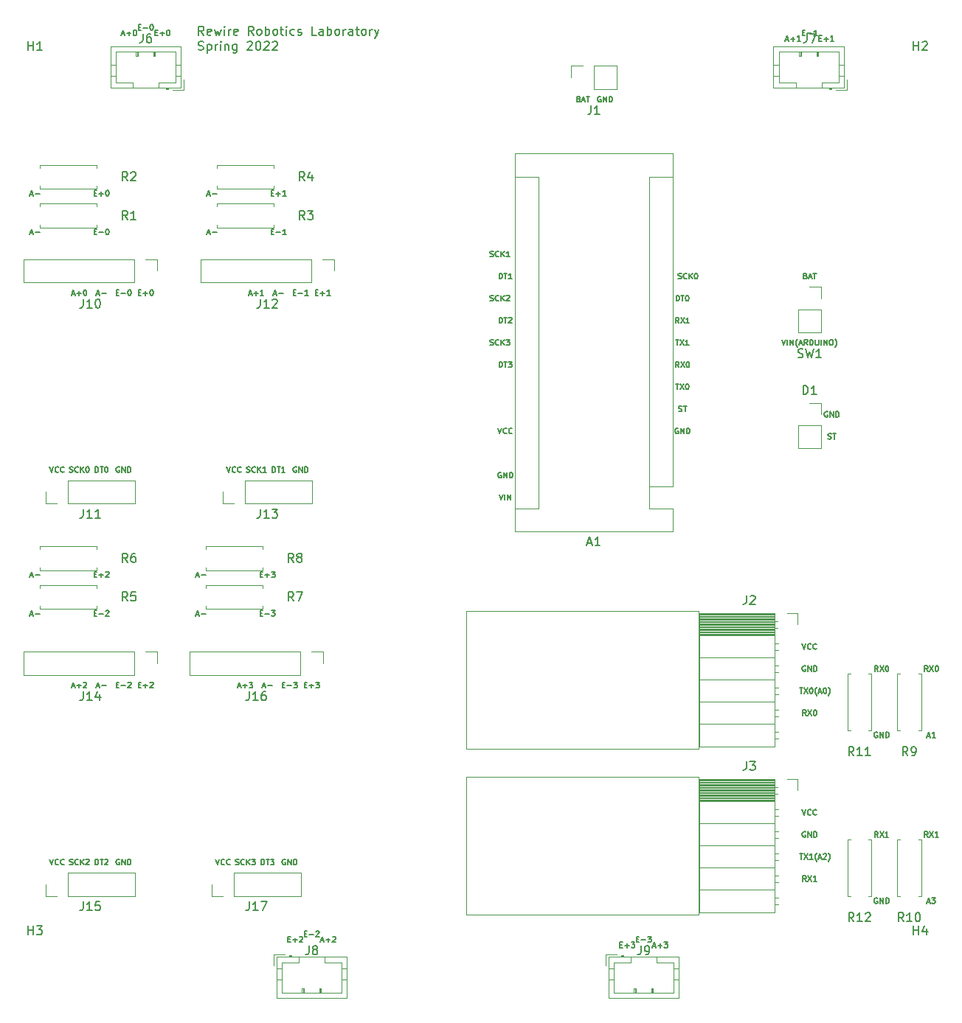
<source format=gto>
G04 #@! TF.GenerationSoftware,KiCad,Pcbnew,(5.1.9)-1*
G04 #@! TF.CreationDate,2022-03-01T17:24:01-06:00*
G04 #@! TF.ProjectId,V2_load_cell,56325f6c-6f61-4645-9f63-656c6c2e6b69,rev?*
G04 #@! TF.SameCoordinates,Original*
G04 #@! TF.FileFunction,Legend,Top*
G04 #@! TF.FilePolarity,Positive*
%FSLAX46Y46*%
G04 Gerber Fmt 4.6, Leading zero omitted, Abs format (unit mm)*
G04 Created by KiCad (PCBNEW (5.1.9)-1) date 2022-03-01 17:24:01*
%MOMM*%
%LPD*%
G01*
G04 APERTURE LIST*
%ADD10C,0.120000*%
%ADD11C,0.127000*%
%ADD12C,0.203200*%
%ADD13C,0.150000*%
%ADD14C,3.200000*%
%ADD15O,1.600000X1.600000*%
%ADD16R,1.600000X1.600000*%
%ADD17O,1.200000X1.750000*%
%ADD18O,1.700000X1.700000*%
%ADD19R,1.700000X1.700000*%
%ADD20C,1.600000*%
G04 APERTURE END LIST*
D10*
X94615000Y-80327500D02*
X67945000Y-80327500D01*
D11*
X44374404Y-109507261D02*
X44374404Y-108872261D01*
X44525595Y-108872261D01*
X44616309Y-108902500D01*
X44676785Y-108962976D01*
X44707023Y-109023452D01*
X44737261Y-109144404D01*
X44737261Y-109235119D01*
X44707023Y-109356071D01*
X44676785Y-109416547D01*
X44616309Y-109477023D01*
X44525595Y-109507261D01*
X44374404Y-109507261D01*
X44918690Y-108872261D02*
X45281547Y-108872261D01*
X45100119Y-109507261D02*
X45100119Y-108872261D01*
X45432738Y-108872261D02*
X45825833Y-108872261D01*
X45614166Y-109114166D01*
X45704880Y-109114166D01*
X45765357Y-109144404D01*
X45795595Y-109174642D01*
X45825833Y-109235119D01*
X45825833Y-109386309D01*
X45795595Y-109446785D01*
X45765357Y-109477023D01*
X45704880Y-109507261D01*
X45523452Y-109507261D01*
X45462976Y-109477023D01*
X45432738Y-109446785D01*
X39158333Y-108872261D02*
X39370000Y-109507261D01*
X39581666Y-108872261D01*
X40156190Y-109446785D02*
X40125952Y-109477023D01*
X40035238Y-109507261D01*
X39974761Y-109507261D01*
X39884047Y-109477023D01*
X39823571Y-109416547D01*
X39793333Y-109356071D01*
X39763095Y-109235119D01*
X39763095Y-109144404D01*
X39793333Y-109023452D01*
X39823571Y-108962976D01*
X39884047Y-108902500D01*
X39974761Y-108872261D01*
X40035238Y-108872261D01*
X40125952Y-108902500D01*
X40156190Y-108932738D01*
X40791190Y-109446785D02*
X40760952Y-109477023D01*
X40670238Y-109507261D01*
X40609761Y-109507261D01*
X40519047Y-109477023D01*
X40458571Y-109416547D01*
X40428333Y-109356071D01*
X40398095Y-109235119D01*
X40398095Y-109144404D01*
X40428333Y-109023452D01*
X40458571Y-108962976D01*
X40519047Y-108902500D01*
X40609761Y-108872261D01*
X40670238Y-108872261D01*
X40760952Y-108902500D01*
X40791190Y-108932738D01*
X47141190Y-108902500D02*
X47080714Y-108872261D01*
X46990000Y-108872261D01*
X46899285Y-108902500D01*
X46838809Y-108962976D01*
X46808571Y-109023452D01*
X46778333Y-109144404D01*
X46778333Y-109235119D01*
X46808571Y-109356071D01*
X46838809Y-109416547D01*
X46899285Y-109477023D01*
X46990000Y-109507261D01*
X47050476Y-109507261D01*
X47141190Y-109477023D01*
X47171428Y-109446785D01*
X47171428Y-109235119D01*
X47050476Y-109235119D01*
X47443571Y-109507261D02*
X47443571Y-108872261D01*
X47806428Y-109507261D01*
X47806428Y-108872261D01*
X48108809Y-109507261D02*
X48108809Y-108872261D01*
X48260000Y-108872261D01*
X48350714Y-108902500D01*
X48411190Y-108962976D01*
X48441428Y-109023452D01*
X48471666Y-109144404D01*
X48471666Y-109235119D01*
X48441428Y-109356071D01*
X48411190Y-109416547D01*
X48350714Y-109477023D01*
X48260000Y-109507261D01*
X48108809Y-109507261D01*
X41426190Y-109477023D02*
X41516904Y-109507261D01*
X41668095Y-109507261D01*
X41728571Y-109477023D01*
X41758809Y-109446785D01*
X41789047Y-109386309D01*
X41789047Y-109325833D01*
X41758809Y-109265357D01*
X41728571Y-109235119D01*
X41668095Y-109204880D01*
X41547142Y-109174642D01*
X41486666Y-109144404D01*
X41456428Y-109114166D01*
X41426190Y-109053690D01*
X41426190Y-108993214D01*
X41456428Y-108932738D01*
X41486666Y-108902500D01*
X41547142Y-108872261D01*
X41698333Y-108872261D01*
X41789047Y-108902500D01*
X42424047Y-109446785D02*
X42393809Y-109477023D01*
X42303095Y-109507261D01*
X42242619Y-109507261D01*
X42151904Y-109477023D01*
X42091428Y-109416547D01*
X42061190Y-109356071D01*
X42030952Y-109235119D01*
X42030952Y-109144404D01*
X42061190Y-109023452D01*
X42091428Y-108962976D01*
X42151904Y-108902500D01*
X42242619Y-108872261D01*
X42303095Y-108872261D01*
X42393809Y-108902500D01*
X42424047Y-108932738D01*
X42696190Y-109507261D02*
X42696190Y-108872261D01*
X43059047Y-109507261D02*
X42786904Y-109144404D01*
X43059047Y-108872261D02*
X42696190Y-109235119D01*
X43270714Y-108872261D02*
X43663809Y-108872261D01*
X43452142Y-109114166D01*
X43542857Y-109114166D01*
X43603333Y-109144404D01*
X43633571Y-109174642D01*
X43663809Y-109235119D01*
X43663809Y-109386309D01*
X43633571Y-109446785D01*
X43603333Y-109477023D01*
X43542857Y-109507261D01*
X43361428Y-109507261D01*
X43300952Y-109477023D01*
X43270714Y-109446785D01*
X25324404Y-109507261D02*
X25324404Y-108872261D01*
X25475595Y-108872261D01*
X25566309Y-108902500D01*
X25626785Y-108962976D01*
X25657023Y-109023452D01*
X25687261Y-109144404D01*
X25687261Y-109235119D01*
X25657023Y-109356071D01*
X25626785Y-109416547D01*
X25566309Y-109477023D01*
X25475595Y-109507261D01*
X25324404Y-109507261D01*
X25868690Y-108872261D02*
X26231547Y-108872261D01*
X26050119Y-109507261D02*
X26050119Y-108872261D01*
X26412976Y-108932738D02*
X26443214Y-108902500D01*
X26503690Y-108872261D01*
X26654880Y-108872261D01*
X26715357Y-108902500D01*
X26745595Y-108932738D01*
X26775833Y-108993214D01*
X26775833Y-109053690D01*
X26745595Y-109144404D01*
X26382738Y-109507261D01*
X26775833Y-109507261D01*
X20108333Y-108872261D02*
X20320000Y-109507261D01*
X20531666Y-108872261D01*
X21106190Y-109446785D02*
X21075952Y-109477023D01*
X20985238Y-109507261D01*
X20924761Y-109507261D01*
X20834047Y-109477023D01*
X20773571Y-109416547D01*
X20743333Y-109356071D01*
X20713095Y-109235119D01*
X20713095Y-109144404D01*
X20743333Y-109023452D01*
X20773571Y-108962976D01*
X20834047Y-108902500D01*
X20924761Y-108872261D01*
X20985238Y-108872261D01*
X21075952Y-108902500D01*
X21106190Y-108932738D01*
X21741190Y-109446785D02*
X21710952Y-109477023D01*
X21620238Y-109507261D01*
X21559761Y-109507261D01*
X21469047Y-109477023D01*
X21408571Y-109416547D01*
X21378333Y-109356071D01*
X21348095Y-109235119D01*
X21348095Y-109144404D01*
X21378333Y-109023452D01*
X21408571Y-108962976D01*
X21469047Y-108902500D01*
X21559761Y-108872261D01*
X21620238Y-108872261D01*
X21710952Y-108902500D01*
X21741190Y-108932738D01*
X28091190Y-108902500D02*
X28030714Y-108872261D01*
X27940000Y-108872261D01*
X27849285Y-108902500D01*
X27788809Y-108962976D01*
X27758571Y-109023452D01*
X27728333Y-109144404D01*
X27728333Y-109235119D01*
X27758571Y-109356071D01*
X27788809Y-109416547D01*
X27849285Y-109477023D01*
X27940000Y-109507261D01*
X28000476Y-109507261D01*
X28091190Y-109477023D01*
X28121428Y-109446785D01*
X28121428Y-109235119D01*
X28000476Y-109235119D01*
X28393571Y-109507261D02*
X28393571Y-108872261D01*
X28756428Y-109507261D01*
X28756428Y-108872261D01*
X29058809Y-109507261D02*
X29058809Y-108872261D01*
X29210000Y-108872261D01*
X29300714Y-108902500D01*
X29361190Y-108962976D01*
X29391428Y-109023452D01*
X29421666Y-109144404D01*
X29421666Y-109235119D01*
X29391428Y-109356071D01*
X29361190Y-109416547D01*
X29300714Y-109477023D01*
X29210000Y-109507261D01*
X29058809Y-109507261D01*
X22376190Y-109477023D02*
X22466904Y-109507261D01*
X22618095Y-109507261D01*
X22678571Y-109477023D01*
X22708809Y-109446785D01*
X22739047Y-109386309D01*
X22739047Y-109325833D01*
X22708809Y-109265357D01*
X22678571Y-109235119D01*
X22618095Y-109204880D01*
X22497142Y-109174642D01*
X22436666Y-109144404D01*
X22406428Y-109114166D01*
X22376190Y-109053690D01*
X22376190Y-108993214D01*
X22406428Y-108932738D01*
X22436666Y-108902500D01*
X22497142Y-108872261D01*
X22648333Y-108872261D01*
X22739047Y-108902500D01*
X23374047Y-109446785D02*
X23343809Y-109477023D01*
X23253095Y-109507261D01*
X23192619Y-109507261D01*
X23101904Y-109477023D01*
X23041428Y-109416547D01*
X23011190Y-109356071D01*
X22980952Y-109235119D01*
X22980952Y-109144404D01*
X23011190Y-109023452D01*
X23041428Y-108962976D01*
X23101904Y-108902500D01*
X23192619Y-108872261D01*
X23253095Y-108872261D01*
X23343809Y-108902500D01*
X23374047Y-108932738D01*
X23646190Y-109507261D02*
X23646190Y-108872261D01*
X24009047Y-109507261D02*
X23736904Y-109144404D01*
X24009047Y-108872261D02*
X23646190Y-109235119D01*
X24250952Y-108932738D02*
X24281190Y-108902500D01*
X24341666Y-108872261D01*
X24492857Y-108872261D01*
X24553333Y-108902500D01*
X24583571Y-108932738D01*
X24613809Y-108993214D01*
X24613809Y-109053690D01*
X24583571Y-109144404D01*
X24220714Y-109507261D01*
X24613809Y-109507261D01*
X45644404Y-64422261D02*
X45644404Y-63787261D01*
X45795595Y-63787261D01*
X45886309Y-63817500D01*
X45946785Y-63877976D01*
X45977023Y-63938452D01*
X46007261Y-64059404D01*
X46007261Y-64150119D01*
X45977023Y-64271071D01*
X45946785Y-64331547D01*
X45886309Y-64392023D01*
X45795595Y-64422261D01*
X45644404Y-64422261D01*
X46188690Y-63787261D02*
X46551547Y-63787261D01*
X46370119Y-64422261D02*
X46370119Y-63787261D01*
X47095833Y-64422261D02*
X46732976Y-64422261D01*
X46914404Y-64422261D02*
X46914404Y-63787261D01*
X46853928Y-63877976D01*
X46793452Y-63938452D01*
X46732976Y-63968690D01*
X40428333Y-63787261D02*
X40640000Y-64422261D01*
X40851666Y-63787261D01*
X41426190Y-64361785D02*
X41395952Y-64392023D01*
X41305238Y-64422261D01*
X41244761Y-64422261D01*
X41154047Y-64392023D01*
X41093571Y-64331547D01*
X41063333Y-64271071D01*
X41033095Y-64150119D01*
X41033095Y-64059404D01*
X41063333Y-63938452D01*
X41093571Y-63877976D01*
X41154047Y-63817500D01*
X41244761Y-63787261D01*
X41305238Y-63787261D01*
X41395952Y-63817500D01*
X41426190Y-63847738D01*
X42061190Y-64361785D02*
X42030952Y-64392023D01*
X41940238Y-64422261D01*
X41879761Y-64422261D01*
X41789047Y-64392023D01*
X41728571Y-64331547D01*
X41698333Y-64271071D01*
X41668095Y-64150119D01*
X41668095Y-64059404D01*
X41698333Y-63938452D01*
X41728571Y-63877976D01*
X41789047Y-63817500D01*
X41879761Y-63787261D01*
X41940238Y-63787261D01*
X42030952Y-63817500D01*
X42061190Y-63847738D01*
X48411190Y-63817500D02*
X48350714Y-63787261D01*
X48260000Y-63787261D01*
X48169285Y-63817500D01*
X48108809Y-63877976D01*
X48078571Y-63938452D01*
X48048333Y-64059404D01*
X48048333Y-64150119D01*
X48078571Y-64271071D01*
X48108809Y-64331547D01*
X48169285Y-64392023D01*
X48260000Y-64422261D01*
X48320476Y-64422261D01*
X48411190Y-64392023D01*
X48441428Y-64361785D01*
X48441428Y-64150119D01*
X48320476Y-64150119D01*
X48713571Y-64422261D02*
X48713571Y-63787261D01*
X49076428Y-64422261D01*
X49076428Y-63787261D01*
X49378809Y-64422261D02*
X49378809Y-63787261D01*
X49530000Y-63787261D01*
X49620714Y-63817500D01*
X49681190Y-63877976D01*
X49711428Y-63938452D01*
X49741666Y-64059404D01*
X49741666Y-64150119D01*
X49711428Y-64271071D01*
X49681190Y-64331547D01*
X49620714Y-64392023D01*
X49530000Y-64422261D01*
X49378809Y-64422261D01*
X42696190Y-64392023D02*
X42786904Y-64422261D01*
X42938095Y-64422261D01*
X42998571Y-64392023D01*
X43028809Y-64361785D01*
X43059047Y-64301309D01*
X43059047Y-64240833D01*
X43028809Y-64180357D01*
X42998571Y-64150119D01*
X42938095Y-64119880D01*
X42817142Y-64089642D01*
X42756666Y-64059404D01*
X42726428Y-64029166D01*
X42696190Y-63968690D01*
X42696190Y-63908214D01*
X42726428Y-63847738D01*
X42756666Y-63817500D01*
X42817142Y-63787261D01*
X42968333Y-63787261D01*
X43059047Y-63817500D01*
X43694047Y-64361785D02*
X43663809Y-64392023D01*
X43573095Y-64422261D01*
X43512619Y-64422261D01*
X43421904Y-64392023D01*
X43361428Y-64331547D01*
X43331190Y-64271071D01*
X43300952Y-64150119D01*
X43300952Y-64059404D01*
X43331190Y-63938452D01*
X43361428Y-63877976D01*
X43421904Y-63817500D01*
X43512619Y-63787261D01*
X43573095Y-63787261D01*
X43663809Y-63817500D01*
X43694047Y-63847738D01*
X43966190Y-64422261D02*
X43966190Y-63787261D01*
X44329047Y-64422261D02*
X44056904Y-64059404D01*
X44329047Y-63787261D02*
X43966190Y-64150119D01*
X44933809Y-64422261D02*
X44570952Y-64422261D01*
X44752380Y-64422261D02*
X44752380Y-63787261D01*
X44691904Y-63877976D01*
X44631428Y-63938452D01*
X44570952Y-63968690D01*
X70636190Y-39627023D02*
X70726904Y-39657261D01*
X70878095Y-39657261D01*
X70938571Y-39627023D01*
X70968809Y-39596785D01*
X70999047Y-39536309D01*
X70999047Y-39475833D01*
X70968809Y-39415357D01*
X70938571Y-39385119D01*
X70878095Y-39354880D01*
X70757142Y-39324642D01*
X70696666Y-39294404D01*
X70666428Y-39264166D01*
X70636190Y-39203690D01*
X70636190Y-39143214D01*
X70666428Y-39082738D01*
X70696666Y-39052500D01*
X70757142Y-39022261D01*
X70908333Y-39022261D01*
X70999047Y-39052500D01*
X71634047Y-39596785D02*
X71603809Y-39627023D01*
X71513095Y-39657261D01*
X71452619Y-39657261D01*
X71361904Y-39627023D01*
X71301428Y-39566547D01*
X71271190Y-39506071D01*
X71240952Y-39385119D01*
X71240952Y-39294404D01*
X71271190Y-39173452D01*
X71301428Y-39112976D01*
X71361904Y-39052500D01*
X71452619Y-39022261D01*
X71513095Y-39022261D01*
X71603809Y-39052500D01*
X71634047Y-39082738D01*
X71906190Y-39657261D02*
X71906190Y-39022261D01*
X72269047Y-39657261D02*
X71996904Y-39294404D01*
X72269047Y-39022261D02*
X71906190Y-39385119D01*
X72873809Y-39657261D02*
X72510952Y-39657261D01*
X72692380Y-39657261D02*
X72692380Y-39022261D01*
X72631904Y-39112976D01*
X72571428Y-39173452D01*
X72510952Y-39203690D01*
D10*
X94615000Y-115252500D02*
X94615000Y-99377500D01*
X94615000Y-99377500D02*
X67945000Y-99377500D01*
X67945000Y-115252500D02*
X94615000Y-115252500D01*
X67945000Y-99377500D02*
X67945000Y-115252500D01*
X67945000Y-96202500D02*
X94615000Y-96202500D01*
X67945000Y-80327500D02*
X67945000Y-96202500D01*
X94615000Y-96202500D02*
X94615000Y-80327500D01*
D12*
X37784556Y-14201019D02*
X37445889Y-13717209D01*
X37203984Y-14201019D02*
X37203984Y-13185019D01*
X37591032Y-13185019D01*
X37687794Y-13233400D01*
X37736175Y-13281780D01*
X37784556Y-13378542D01*
X37784556Y-13523685D01*
X37736175Y-13620447D01*
X37687794Y-13668828D01*
X37591032Y-13717209D01*
X37203984Y-13717209D01*
X38607032Y-14152638D02*
X38510270Y-14201019D01*
X38316746Y-14201019D01*
X38219984Y-14152638D01*
X38171603Y-14055876D01*
X38171603Y-13668828D01*
X38219984Y-13572066D01*
X38316746Y-13523685D01*
X38510270Y-13523685D01*
X38607032Y-13572066D01*
X38655413Y-13668828D01*
X38655413Y-13765590D01*
X38171603Y-13862352D01*
X38994080Y-13523685D02*
X39187603Y-14201019D01*
X39381127Y-13717209D01*
X39574651Y-14201019D01*
X39768175Y-13523685D01*
X40155222Y-14201019D02*
X40155222Y-13523685D01*
X40155222Y-13185019D02*
X40106841Y-13233400D01*
X40155222Y-13281780D01*
X40203603Y-13233400D01*
X40155222Y-13185019D01*
X40155222Y-13281780D01*
X40639032Y-14201019D02*
X40639032Y-13523685D01*
X40639032Y-13717209D02*
X40687413Y-13620447D01*
X40735794Y-13572066D01*
X40832556Y-13523685D01*
X40929318Y-13523685D01*
X41655032Y-14152638D02*
X41558270Y-14201019D01*
X41364746Y-14201019D01*
X41267984Y-14152638D01*
X41219603Y-14055876D01*
X41219603Y-13668828D01*
X41267984Y-13572066D01*
X41364746Y-13523685D01*
X41558270Y-13523685D01*
X41655032Y-13572066D01*
X41703413Y-13668828D01*
X41703413Y-13765590D01*
X41219603Y-13862352D01*
X43493508Y-14201019D02*
X43154841Y-13717209D01*
X42912937Y-14201019D02*
X42912937Y-13185019D01*
X43299984Y-13185019D01*
X43396746Y-13233400D01*
X43445127Y-13281780D01*
X43493508Y-13378542D01*
X43493508Y-13523685D01*
X43445127Y-13620447D01*
X43396746Y-13668828D01*
X43299984Y-13717209D01*
X42912937Y-13717209D01*
X44074080Y-14201019D02*
X43977318Y-14152638D01*
X43928937Y-14104257D01*
X43880556Y-14007495D01*
X43880556Y-13717209D01*
X43928937Y-13620447D01*
X43977318Y-13572066D01*
X44074080Y-13523685D01*
X44219222Y-13523685D01*
X44315984Y-13572066D01*
X44364365Y-13620447D01*
X44412746Y-13717209D01*
X44412746Y-14007495D01*
X44364365Y-14104257D01*
X44315984Y-14152638D01*
X44219222Y-14201019D01*
X44074080Y-14201019D01*
X44848175Y-14201019D02*
X44848175Y-13185019D01*
X44848175Y-13572066D02*
X44944937Y-13523685D01*
X45138460Y-13523685D01*
X45235222Y-13572066D01*
X45283603Y-13620447D01*
X45331984Y-13717209D01*
X45331984Y-14007495D01*
X45283603Y-14104257D01*
X45235222Y-14152638D01*
X45138460Y-14201019D01*
X44944937Y-14201019D01*
X44848175Y-14152638D01*
X45912556Y-14201019D02*
X45815794Y-14152638D01*
X45767413Y-14104257D01*
X45719032Y-14007495D01*
X45719032Y-13717209D01*
X45767413Y-13620447D01*
X45815794Y-13572066D01*
X45912556Y-13523685D01*
X46057699Y-13523685D01*
X46154460Y-13572066D01*
X46202841Y-13620447D01*
X46251222Y-13717209D01*
X46251222Y-14007495D01*
X46202841Y-14104257D01*
X46154460Y-14152638D01*
X46057699Y-14201019D01*
X45912556Y-14201019D01*
X46541508Y-13523685D02*
X46928556Y-13523685D01*
X46686651Y-13185019D02*
X46686651Y-14055876D01*
X46735032Y-14152638D01*
X46831794Y-14201019D01*
X46928556Y-14201019D01*
X47267222Y-14201019D02*
X47267222Y-13523685D01*
X47267222Y-13185019D02*
X47218841Y-13233400D01*
X47267222Y-13281780D01*
X47315603Y-13233400D01*
X47267222Y-13185019D01*
X47267222Y-13281780D01*
X48186460Y-14152638D02*
X48089699Y-14201019D01*
X47896175Y-14201019D01*
X47799413Y-14152638D01*
X47751032Y-14104257D01*
X47702651Y-14007495D01*
X47702651Y-13717209D01*
X47751032Y-13620447D01*
X47799413Y-13572066D01*
X47896175Y-13523685D01*
X48089699Y-13523685D01*
X48186460Y-13572066D01*
X48573508Y-14152638D02*
X48670270Y-14201019D01*
X48863794Y-14201019D01*
X48960556Y-14152638D01*
X49008937Y-14055876D01*
X49008937Y-14007495D01*
X48960556Y-13910733D01*
X48863794Y-13862352D01*
X48718651Y-13862352D01*
X48621889Y-13813971D01*
X48573508Y-13717209D01*
X48573508Y-13668828D01*
X48621889Y-13572066D01*
X48718651Y-13523685D01*
X48863794Y-13523685D01*
X48960556Y-13572066D01*
X50702270Y-14201019D02*
X50218460Y-14201019D01*
X50218460Y-13185019D01*
X51476365Y-14201019D02*
X51476365Y-13668828D01*
X51427984Y-13572066D01*
X51331222Y-13523685D01*
X51137699Y-13523685D01*
X51040937Y-13572066D01*
X51476365Y-14152638D02*
X51379603Y-14201019D01*
X51137699Y-14201019D01*
X51040937Y-14152638D01*
X50992556Y-14055876D01*
X50992556Y-13959114D01*
X51040937Y-13862352D01*
X51137699Y-13813971D01*
X51379603Y-13813971D01*
X51476365Y-13765590D01*
X51960175Y-14201019D02*
X51960175Y-13185019D01*
X51960175Y-13572066D02*
X52056937Y-13523685D01*
X52250460Y-13523685D01*
X52347222Y-13572066D01*
X52395603Y-13620447D01*
X52443984Y-13717209D01*
X52443984Y-14007495D01*
X52395603Y-14104257D01*
X52347222Y-14152638D01*
X52250460Y-14201019D01*
X52056937Y-14201019D01*
X51960175Y-14152638D01*
X53024556Y-14201019D02*
X52927794Y-14152638D01*
X52879413Y-14104257D01*
X52831032Y-14007495D01*
X52831032Y-13717209D01*
X52879413Y-13620447D01*
X52927794Y-13572066D01*
X53024556Y-13523685D01*
X53169699Y-13523685D01*
X53266460Y-13572066D01*
X53314841Y-13620447D01*
X53363222Y-13717209D01*
X53363222Y-14007495D01*
X53314841Y-14104257D01*
X53266460Y-14152638D01*
X53169699Y-14201019D01*
X53024556Y-14201019D01*
X53798651Y-14201019D02*
X53798651Y-13523685D01*
X53798651Y-13717209D02*
X53847032Y-13620447D01*
X53895413Y-13572066D01*
X53992175Y-13523685D01*
X54088937Y-13523685D01*
X54863032Y-14201019D02*
X54863032Y-13668828D01*
X54814651Y-13572066D01*
X54717889Y-13523685D01*
X54524365Y-13523685D01*
X54427603Y-13572066D01*
X54863032Y-14152638D02*
X54766270Y-14201019D01*
X54524365Y-14201019D01*
X54427603Y-14152638D01*
X54379222Y-14055876D01*
X54379222Y-13959114D01*
X54427603Y-13862352D01*
X54524365Y-13813971D01*
X54766270Y-13813971D01*
X54863032Y-13765590D01*
X55201699Y-13523685D02*
X55588746Y-13523685D01*
X55346841Y-13185019D02*
X55346841Y-14055876D01*
X55395222Y-14152638D01*
X55491984Y-14201019D01*
X55588746Y-14201019D01*
X56072556Y-14201019D02*
X55975794Y-14152638D01*
X55927413Y-14104257D01*
X55879032Y-14007495D01*
X55879032Y-13717209D01*
X55927413Y-13620447D01*
X55975794Y-13572066D01*
X56072556Y-13523685D01*
X56217699Y-13523685D01*
X56314460Y-13572066D01*
X56362841Y-13620447D01*
X56411222Y-13717209D01*
X56411222Y-14007495D01*
X56362841Y-14104257D01*
X56314460Y-14152638D01*
X56217699Y-14201019D01*
X56072556Y-14201019D01*
X56846651Y-14201019D02*
X56846651Y-13523685D01*
X56846651Y-13717209D02*
X56895032Y-13620447D01*
X56943413Y-13572066D01*
X57040175Y-13523685D01*
X57136937Y-13523685D01*
X57378841Y-13523685D02*
X57620746Y-14201019D01*
X57862651Y-13523685D02*
X57620746Y-14201019D01*
X57523984Y-14442923D01*
X57475603Y-14491304D01*
X57378841Y-14539685D01*
X37155603Y-15879838D02*
X37300746Y-15928219D01*
X37542651Y-15928219D01*
X37639413Y-15879838D01*
X37687794Y-15831457D01*
X37736175Y-15734695D01*
X37736175Y-15637933D01*
X37687794Y-15541171D01*
X37639413Y-15492790D01*
X37542651Y-15444409D01*
X37349127Y-15396028D01*
X37252365Y-15347647D01*
X37203984Y-15299266D01*
X37155603Y-15202504D01*
X37155603Y-15105742D01*
X37203984Y-15008980D01*
X37252365Y-14960600D01*
X37349127Y-14912219D01*
X37591032Y-14912219D01*
X37736175Y-14960600D01*
X38171603Y-15250885D02*
X38171603Y-16266885D01*
X38171603Y-15299266D02*
X38268365Y-15250885D01*
X38461889Y-15250885D01*
X38558651Y-15299266D01*
X38607032Y-15347647D01*
X38655413Y-15444409D01*
X38655413Y-15734695D01*
X38607032Y-15831457D01*
X38558651Y-15879838D01*
X38461889Y-15928219D01*
X38268365Y-15928219D01*
X38171603Y-15879838D01*
X39090841Y-15928219D02*
X39090841Y-15250885D01*
X39090841Y-15444409D02*
X39139222Y-15347647D01*
X39187603Y-15299266D01*
X39284365Y-15250885D01*
X39381127Y-15250885D01*
X39719794Y-15928219D02*
X39719794Y-15250885D01*
X39719794Y-14912219D02*
X39671413Y-14960600D01*
X39719794Y-15008980D01*
X39768175Y-14960600D01*
X39719794Y-14912219D01*
X39719794Y-15008980D01*
X40203603Y-15250885D02*
X40203603Y-15928219D01*
X40203603Y-15347647D02*
X40251984Y-15299266D01*
X40348746Y-15250885D01*
X40493889Y-15250885D01*
X40590651Y-15299266D01*
X40639032Y-15396028D01*
X40639032Y-15928219D01*
X41558270Y-15250885D02*
X41558270Y-16073361D01*
X41509889Y-16170123D01*
X41461508Y-16218504D01*
X41364746Y-16266885D01*
X41219603Y-16266885D01*
X41122841Y-16218504D01*
X41558270Y-15879838D02*
X41461508Y-15928219D01*
X41267984Y-15928219D01*
X41171222Y-15879838D01*
X41122841Y-15831457D01*
X41074460Y-15734695D01*
X41074460Y-15444409D01*
X41122841Y-15347647D01*
X41171222Y-15299266D01*
X41267984Y-15250885D01*
X41461508Y-15250885D01*
X41558270Y-15299266D01*
X42767794Y-15008980D02*
X42816175Y-14960600D01*
X42912937Y-14912219D01*
X43154841Y-14912219D01*
X43251603Y-14960600D01*
X43299984Y-15008980D01*
X43348365Y-15105742D01*
X43348365Y-15202504D01*
X43299984Y-15347647D01*
X42719413Y-15928219D01*
X43348365Y-15928219D01*
X43977318Y-14912219D02*
X44074080Y-14912219D01*
X44170841Y-14960600D01*
X44219222Y-15008980D01*
X44267603Y-15105742D01*
X44315984Y-15299266D01*
X44315984Y-15541171D01*
X44267603Y-15734695D01*
X44219222Y-15831457D01*
X44170841Y-15879838D01*
X44074080Y-15928219D01*
X43977318Y-15928219D01*
X43880556Y-15879838D01*
X43832175Y-15831457D01*
X43783794Y-15734695D01*
X43735413Y-15541171D01*
X43735413Y-15299266D01*
X43783794Y-15105742D01*
X43832175Y-15008980D01*
X43880556Y-14960600D01*
X43977318Y-14912219D01*
X44703032Y-15008980D02*
X44751413Y-14960600D01*
X44848175Y-14912219D01*
X45090080Y-14912219D01*
X45186841Y-14960600D01*
X45235222Y-15008980D01*
X45283603Y-15105742D01*
X45283603Y-15202504D01*
X45235222Y-15347647D01*
X44654651Y-15928219D01*
X45283603Y-15928219D01*
X45670651Y-15008980D02*
X45719032Y-14960600D01*
X45815794Y-14912219D01*
X46057699Y-14912219D01*
X46154460Y-14960600D01*
X46202841Y-15008980D01*
X46251222Y-15105742D01*
X46251222Y-15202504D01*
X46202841Y-15347647D01*
X45622270Y-15928219D01*
X46251222Y-15928219D01*
D11*
X104140000Y-49182261D02*
X104351666Y-49817261D01*
X104563333Y-49182261D01*
X104775000Y-49817261D02*
X104775000Y-49182261D01*
X105077380Y-49817261D02*
X105077380Y-49182261D01*
X105440238Y-49817261D01*
X105440238Y-49182261D01*
X105924047Y-50059166D02*
X105893809Y-50028928D01*
X105833333Y-49938214D01*
X105803095Y-49877738D01*
X105772857Y-49787023D01*
X105742619Y-49635833D01*
X105742619Y-49514880D01*
X105772857Y-49363690D01*
X105803095Y-49272976D01*
X105833333Y-49212500D01*
X105893809Y-49121785D01*
X105924047Y-49091547D01*
X106135714Y-49635833D02*
X106438095Y-49635833D01*
X106075238Y-49817261D02*
X106286904Y-49182261D01*
X106498571Y-49817261D01*
X107073095Y-49817261D02*
X106861428Y-49514880D01*
X106710238Y-49817261D02*
X106710238Y-49182261D01*
X106952142Y-49182261D01*
X107012619Y-49212500D01*
X107042857Y-49242738D01*
X107073095Y-49303214D01*
X107073095Y-49393928D01*
X107042857Y-49454404D01*
X107012619Y-49484642D01*
X106952142Y-49514880D01*
X106710238Y-49514880D01*
X107345238Y-49817261D02*
X107345238Y-49182261D01*
X107496428Y-49182261D01*
X107587142Y-49212500D01*
X107647619Y-49272976D01*
X107677857Y-49333452D01*
X107708095Y-49454404D01*
X107708095Y-49545119D01*
X107677857Y-49666071D01*
X107647619Y-49726547D01*
X107587142Y-49787023D01*
X107496428Y-49817261D01*
X107345238Y-49817261D01*
X107980238Y-49182261D02*
X107980238Y-49696309D01*
X108010476Y-49756785D01*
X108040714Y-49787023D01*
X108101190Y-49817261D01*
X108222142Y-49817261D01*
X108282619Y-49787023D01*
X108312857Y-49756785D01*
X108343095Y-49696309D01*
X108343095Y-49182261D01*
X108645476Y-49817261D02*
X108645476Y-49182261D01*
X108947857Y-49817261D02*
X108947857Y-49182261D01*
X109310714Y-49817261D01*
X109310714Y-49182261D01*
X109734047Y-49182261D02*
X109855000Y-49182261D01*
X109915476Y-49212500D01*
X109975952Y-49272976D01*
X110006190Y-49393928D01*
X110006190Y-49605595D01*
X109975952Y-49726547D01*
X109915476Y-49787023D01*
X109855000Y-49817261D01*
X109734047Y-49817261D01*
X109673571Y-49787023D01*
X109613095Y-49726547D01*
X109582857Y-49605595D01*
X109582857Y-49393928D01*
X109613095Y-49272976D01*
X109673571Y-49212500D01*
X109734047Y-49182261D01*
X110217857Y-50059166D02*
X110248095Y-50028928D01*
X110308571Y-49938214D01*
X110338809Y-49877738D01*
X110369047Y-49787023D01*
X110399285Y-49635833D01*
X110399285Y-49514880D01*
X110369047Y-49363690D01*
X110338809Y-49272976D01*
X110308571Y-49212500D01*
X110248095Y-49121785D01*
X110217857Y-49091547D01*
X106846309Y-41864642D02*
X106937023Y-41894880D01*
X106967261Y-41925119D01*
X106997500Y-41985595D01*
X106997500Y-42076309D01*
X106967261Y-42136785D01*
X106937023Y-42167023D01*
X106876547Y-42197261D01*
X106634642Y-42197261D01*
X106634642Y-41562261D01*
X106846309Y-41562261D01*
X106906785Y-41592500D01*
X106937023Y-41622738D01*
X106967261Y-41683214D01*
X106967261Y-41743690D01*
X106937023Y-41804166D01*
X106906785Y-41834404D01*
X106846309Y-41864642D01*
X106634642Y-41864642D01*
X107239404Y-42015833D02*
X107541785Y-42015833D01*
X107178928Y-42197261D02*
X107390595Y-41562261D01*
X107602261Y-42197261D01*
X107723214Y-41562261D02*
X108086071Y-41562261D01*
X107904642Y-42197261D02*
X107904642Y-41562261D01*
X109371190Y-57467500D02*
X109310714Y-57437261D01*
X109220000Y-57437261D01*
X109129285Y-57467500D01*
X109068809Y-57527976D01*
X109038571Y-57588452D01*
X109008333Y-57709404D01*
X109008333Y-57800119D01*
X109038571Y-57921071D01*
X109068809Y-57981547D01*
X109129285Y-58042023D01*
X109220000Y-58072261D01*
X109280476Y-58072261D01*
X109371190Y-58042023D01*
X109401428Y-58011785D01*
X109401428Y-57800119D01*
X109280476Y-57800119D01*
X109673571Y-58072261D02*
X109673571Y-57437261D01*
X110036428Y-58072261D01*
X110036428Y-57437261D01*
X110338809Y-58072261D02*
X110338809Y-57437261D01*
X110490000Y-57437261D01*
X110580714Y-57467500D01*
X110641190Y-57527976D01*
X110671428Y-57588452D01*
X110701666Y-57709404D01*
X110701666Y-57800119D01*
X110671428Y-57921071D01*
X110641190Y-57981547D01*
X110580714Y-58042023D01*
X110490000Y-58072261D01*
X110338809Y-58072261D01*
X109431666Y-60582023D02*
X109522380Y-60612261D01*
X109673571Y-60612261D01*
X109734047Y-60582023D01*
X109764285Y-60551785D01*
X109794523Y-60491309D01*
X109794523Y-60430833D01*
X109764285Y-60370357D01*
X109734047Y-60340119D01*
X109673571Y-60309880D01*
X109552619Y-60279642D01*
X109492142Y-60249404D01*
X109461904Y-60219166D01*
X109431666Y-60158690D01*
X109431666Y-60098214D01*
X109461904Y-60037738D01*
X109492142Y-60007500D01*
X109552619Y-59977261D01*
X109703809Y-59977261D01*
X109794523Y-60007500D01*
X109975952Y-59977261D02*
X110338809Y-59977261D01*
X110157380Y-60612261D02*
X110157380Y-59977261D01*
X92286666Y-57407023D02*
X92377380Y-57437261D01*
X92528571Y-57437261D01*
X92589047Y-57407023D01*
X92619285Y-57376785D01*
X92649523Y-57316309D01*
X92649523Y-57255833D01*
X92619285Y-57195357D01*
X92589047Y-57165119D01*
X92528571Y-57134880D01*
X92407619Y-57104642D01*
X92347142Y-57074404D01*
X92316904Y-57044166D01*
X92286666Y-56983690D01*
X92286666Y-56923214D01*
X92316904Y-56862738D01*
X92347142Y-56832500D01*
X92407619Y-56802261D01*
X92558809Y-56802261D01*
X92649523Y-56832500D01*
X92830952Y-56802261D02*
X93193809Y-56802261D01*
X93012380Y-57437261D02*
X93012380Y-56802261D01*
X115086190Y-113347500D02*
X115025714Y-113317261D01*
X114935000Y-113317261D01*
X114844285Y-113347500D01*
X114783809Y-113407976D01*
X114753571Y-113468452D01*
X114723333Y-113589404D01*
X114723333Y-113680119D01*
X114753571Y-113801071D01*
X114783809Y-113861547D01*
X114844285Y-113922023D01*
X114935000Y-113952261D01*
X114995476Y-113952261D01*
X115086190Y-113922023D01*
X115116428Y-113891785D01*
X115116428Y-113680119D01*
X114995476Y-113680119D01*
X115388571Y-113952261D02*
X115388571Y-113317261D01*
X115751428Y-113952261D01*
X115751428Y-113317261D01*
X116053809Y-113952261D02*
X116053809Y-113317261D01*
X116205000Y-113317261D01*
X116295714Y-113347500D01*
X116356190Y-113407976D01*
X116386428Y-113468452D01*
X116416666Y-113589404D01*
X116416666Y-113680119D01*
X116386428Y-113801071D01*
X116356190Y-113861547D01*
X116295714Y-113922023D01*
X116205000Y-113952261D01*
X116053809Y-113952261D01*
X120831428Y-113770833D02*
X121133809Y-113770833D01*
X120770952Y-113952261D02*
X120982619Y-113317261D01*
X121194285Y-113952261D01*
X121345476Y-113317261D02*
X121738571Y-113317261D01*
X121526904Y-113559166D01*
X121617619Y-113559166D01*
X121678095Y-113589404D01*
X121708333Y-113619642D01*
X121738571Y-113680119D01*
X121738571Y-113831309D01*
X121708333Y-113891785D01*
X121678095Y-113922023D01*
X121617619Y-113952261D01*
X121436190Y-113952261D01*
X121375714Y-113922023D01*
X121345476Y-113891785D01*
X120876785Y-106332261D02*
X120665119Y-106029880D01*
X120513928Y-106332261D02*
X120513928Y-105697261D01*
X120755833Y-105697261D01*
X120816309Y-105727500D01*
X120846547Y-105757738D01*
X120876785Y-105818214D01*
X120876785Y-105908928D01*
X120846547Y-105969404D01*
X120816309Y-105999642D01*
X120755833Y-106029880D01*
X120513928Y-106029880D01*
X121088452Y-105697261D02*
X121511785Y-106332261D01*
X121511785Y-105697261D02*
X121088452Y-106332261D01*
X122086309Y-106332261D02*
X121723452Y-106332261D01*
X121904880Y-106332261D02*
X121904880Y-105697261D01*
X121844404Y-105787976D01*
X121783928Y-105848452D01*
X121723452Y-105878690D01*
X115161785Y-106332261D02*
X114950119Y-106029880D01*
X114798928Y-106332261D02*
X114798928Y-105697261D01*
X115040833Y-105697261D01*
X115101309Y-105727500D01*
X115131547Y-105757738D01*
X115161785Y-105818214D01*
X115161785Y-105908928D01*
X115131547Y-105969404D01*
X115101309Y-105999642D01*
X115040833Y-106029880D01*
X114798928Y-106029880D01*
X115373452Y-105697261D02*
X115796785Y-106332261D01*
X115796785Y-105697261D02*
X115373452Y-106332261D01*
X116371309Y-106332261D02*
X116008452Y-106332261D01*
X116189880Y-106332261D02*
X116189880Y-105697261D01*
X116129404Y-105787976D01*
X116068928Y-105848452D01*
X116008452Y-105878690D01*
X115086190Y-94297500D02*
X115025714Y-94267261D01*
X114935000Y-94267261D01*
X114844285Y-94297500D01*
X114783809Y-94357976D01*
X114753571Y-94418452D01*
X114723333Y-94539404D01*
X114723333Y-94630119D01*
X114753571Y-94751071D01*
X114783809Y-94811547D01*
X114844285Y-94872023D01*
X114935000Y-94902261D01*
X114995476Y-94902261D01*
X115086190Y-94872023D01*
X115116428Y-94841785D01*
X115116428Y-94630119D01*
X114995476Y-94630119D01*
X115388571Y-94902261D02*
X115388571Y-94267261D01*
X115751428Y-94902261D01*
X115751428Y-94267261D01*
X116053809Y-94902261D02*
X116053809Y-94267261D01*
X116205000Y-94267261D01*
X116295714Y-94297500D01*
X116356190Y-94357976D01*
X116386428Y-94418452D01*
X116416666Y-94539404D01*
X116416666Y-94630119D01*
X116386428Y-94751071D01*
X116356190Y-94811547D01*
X116295714Y-94872023D01*
X116205000Y-94902261D01*
X116053809Y-94902261D01*
X120831428Y-94720833D02*
X121133809Y-94720833D01*
X120770952Y-94902261D02*
X120982619Y-94267261D01*
X121194285Y-94902261D01*
X121738571Y-94902261D02*
X121375714Y-94902261D01*
X121557142Y-94902261D02*
X121557142Y-94267261D01*
X121496666Y-94357976D01*
X121436190Y-94418452D01*
X121375714Y-94448690D01*
X120876785Y-87282261D02*
X120665119Y-86979880D01*
X120513928Y-87282261D02*
X120513928Y-86647261D01*
X120755833Y-86647261D01*
X120816309Y-86677500D01*
X120846547Y-86707738D01*
X120876785Y-86768214D01*
X120876785Y-86858928D01*
X120846547Y-86919404D01*
X120816309Y-86949642D01*
X120755833Y-86979880D01*
X120513928Y-86979880D01*
X121088452Y-86647261D02*
X121511785Y-87282261D01*
X121511785Y-86647261D02*
X121088452Y-87282261D01*
X121874642Y-86647261D02*
X121935119Y-86647261D01*
X121995595Y-86677500D01*
X122025833Y-86707738D01*
X122056071Y-86768214D01*
X122086309Y-86889166D01*
X122086309Y-87040357D01*
X122056071Y-87161309D01*
X122025833Y-87221785D01*
X121995595Y-87252023D01*
X121935119Y-87282261D01*
X121874642Y-87282261D01*
X121814166Y-87252023D01*
X121783928Y-87221785D01*
X121753690Y-87161309D01*
X121723452Y-87040357D01*
X121723452Y-86889166D01*
X121753690Y-86768214D01*
X121783928Y-86707738D01*
X121814166Y-86677500D01*
X121874642Y-86647261D01*
X115161785Y-87282261D02*
X114950119Y-86979880D01*
X114798928Y-87282261D02*
X114798928Y-86647261D01*
X115040833Y-86647261D01*
X115101309Y-86677500D01*
X115131547Y-86707738D01*
X115161785Y-86768214D01*
X115161785Y-86858928D01*
X115131547Y-86919404D01*
X115101309Y-86949642D01*
X115040833Y-86979880D01*
X114798928Y-86979880D01*
X115373452Y-86647261D02*
X115796785Y-87282261D01*
X115796785Y-86647261D02*
X115373452Y-87282261D01*
X116159642Y-86647261D02*
X116220119Y-86647261D01*
X116280595Y-86677500D01*
X116310833Y-86707738D01*
X116341071Y-86768214D01*
X116371309Y-86889166D01*
X116371309Y-87040357D01*
X116341071Y-87161309D01*
X116310833Y-87221785D01*
X116280595Y-87252023D01*
X116220119Y-87282261D01*
X116159642Y-87282261D01*
X116099166Y-87252023D01*
X116068928Y-87221785D01*
X116038690Y-87161309D01*
X116008452Y-87040357D01*
X116008452Y-86889166D01*
X116038690Y-86768214D01*
X116068928Y-86707738D01*
X116099166Y-86677500D01*
X116159642Y-86647261D01*
X106468333Y-103157261D02*
X106680000Y-103792261D01*
X106891666Y-103157261D01*
X107466190Y-103731785D02*
X107435952Y-103762023D01*
X107345238Y-103792261D01*
X107284761Y-103792261D01*
X107194047Y-103762023D01*
X107133571Y-103701547D01*
X107103333Y-103641071D01*
X107073095Y-103520119D01*
X107073095Y-103429404D01*
X107103333Y-103308452D01*
X107133571Y-103247976D01*
X107194047Y-103187500D01*
X107284761Y-103157261D01*
X107345238Y-103157261D01*
X107435952Y-103187500D01*
X107466190Y-103217738D01*
X108101190Y-103731785D02*
X108070952Y-103762023D01*
X107980238Y-103792261D01*
X107919761Y-103792261D01*
X107829047Y-103762023D01*
X107768571Y-103701547D01*
X107738333Y-103641071D01*
X107708095Y-103520119D01*
X107708095Y-103429404D01*
X107738333Y-103308452D01*
X107768571Y-103247976D01*
X107829047Y-103187500D01*
X107919761Y-103157261D01*
X107980238Y-103157261D01*
X108070952Y-103187500D01*
X108101190Y-103217738D01*
X106831190Y-105727500D02*
X106770714Y-105697261D01*
X106680000Y-105697261D01*
X106589285Y-105727500D01*
X106528809Y-105787976D01*
X106498571Y-105848452D01*
X106468333Y-105969404D01*
X106468333Y-106060119D01*
X106498571Y-106181071D01*
X106528809Y-106241547D01*
X106589285Y-106302023D01*
X106680000Y-106332261D01*
X106740476Y-106332261D01*
X106831190Y-106302023D01*
X106861428Y-106271785D01*
X106861428Y-106060119D01*
X106740476Y-106060119D01*
X107133571Y-106332261D02*
X107133571Y-105697261D01*
X107496428Y-106332261D01*
X107496428Y-105697261D01*
X107798809Y-106332261D02*
X107798809Y-105697261D01*
X107950000Y-105697261D01*
X108040714Y-105727500D01*
X108101190Y-105787976D01*
X108131428Y-105848452D01*
X108161666Y-105969404D01*
X108161666Y-106060119D01*
X108131428Y-106181071D01*
X108101190Y-106241547D01*
X108040714Y-106302023D01*
X107950000Y-106332261D01*
X107798809Y-106332261D01*
X106165952Y-108237261D02*
X106528809Y-108237261D01*
X106347380Y-108872261D02*
X106347380Y-108237261D01*
X106680000Y-108237261D02*
X107103333Y-108872261D01*
X107103333Y-108237261D02*
X106680000Y-108872261D01*
X107677857Y-108872261D02*
X107315000Y-108872261D01*
X107496428Y-108872261D02*
X107496428Y-108237261D01*
X107435952Y-108327976D01*
X107375476Y-108388452D01*
X107315000Y-108418690D01*
X108131428Y-109114166D02*
X108101190Y-109083928D01*
X108040714Y-108993214D01*
X108010476Y-108932738D01*
X107980238Y-108842023D01*
X107950000Y-108690833D01*
X107950000Y-108569880D01*
X107980238Y-108418690D01*
X108010476Y-108327976D01*
X108040714Y-108267500D01*
X108101190Y-108176785D01*
X108131428Y-108146547D01*
X108343095Y-108690833D02*
X108645476Y-108690833D01*
X108282619Y-108872261D02*
X108494285Y-108237261D01*
X108705952Y-108872261D01*
X108887380Y-108297738D02*
X108917619Y-108267500D01*
X108978095Y-108237261D01*
X109129285Y-108237261D01*
X109189761Y-108267500D01*
X109220000Y-108297738D01*
X109250238Y-108358214D01*
X109250238Y-108418690D01*
X109220000Y-108509404D01*
X108857142Y-108872261D01*
X109250238Y-108872261D01*
X109461904Y-109114166D02*
X109492142Y-109083928D01*
X109552619Y-108993214D01*
X109582857Y-108932738D01*
X109613095Y-108842023D01*
X109643333Y-108690833D01*
X109643333Y-108569880D01*
X109613095Y-108418690D01*
X109582857Y-108327976D01*
X109552619Y-108267500D01*
X109492142Y-108176785D01*
X109461904Y-108146547D01*
X106906785Y-111412261D02*
X106695119Y-111109880D01*
X106543928Y-111412261D02*
X106543928Y-110777261D01*
X106785833Y-110777261D01*
X106846309Y-110807500D01*
X106876547Y-110837738D01*
X106906785Y-110898214D01*
X106906785Y-110988928D01*
X106876547Y-111049404D01*
X106846309Y-111079642D01*
X106785833Y-111109880D01*
X106543928Y-111109880D01*
X107118452Y-110777261D02*
X107541785Y-111412261D01*
X107541785Y-110777261D02*
X107118452Y-111412261D01*
X108116309Y-111412261D02*
X107753452Y-111412261D01*
X107934880Y-111412261D02*
X107934880Y-110777261D01*
X107874404Y-110867976D01*
X107813928Y-110928452D01*
X107753452Y-110958690D01*
X106468333Y-84107261D02*
X106680000Y-84742261D01*
X106891666Y-84107261D01*
X107466190Y-84681785D02*
X107435952Y-84712023D01*
X107345238Y-84742261D01*
X107284761Y-84742261D01*
X107194047Y-84712023D01*
X107133571Y-84651547D01*
X107103333Y-84591071D01*
X107073095Y-84470119D01*
X107073095Y-84379404D01*
X107103333Y-84258452D01*
X107133571Y-84197976D01*
X107194047Y-84137500D01*
X107284761Y-84107261D01*
X107345238Y-84107261D01*
X107435952Y-84137500D01*
X107466190Y-84167738D01*
X108101190Y-84681785D02*
X108070952Y-84712023D01*
X107980238Y-84742261D01*
X107919761Y-84742261D01*
X107829047Y-84712023D01*
X107768571Y-84651547D01*
X107738333Y-84591071D01*
X107708095Y-84470119D01*
X107708095Y-84379404D01*
X107738333Y-84258452D01*
X107768571Y-84197976D01*
X107829047Y-84137500D01*
X107919761Y-84107261D01*
X107980238Y-84107261D01*
X108070952Y-84137500D01*
X108101190Y-84167738D01*
X106831190Y-86677500D02*
X106770714Y-86647261D01*
X106680000Y-86647261D01*
X106589285Y-86677500D01*
X106528809Y-86737976D01*
X106498571Y-86798452D01*
X106468333Y-86919404D01*
X106468333Y-87010119D01*
X106498571Y-87131071D01*
X106528809Y-87191547D01*
X106589285Y-87252023D01*
X106680000Y-87282261D01*
X106740476Y-87282261D01*
X106831190Y-87252023D01*
X106861428Y-87221785D01*
X106861428Y-87010119D01*
X106740476Y-87010119D01*
X107133571Y-87282261D02*
X107133571Y-86647261D01*
X107496428Y-87282261D01*
X107496428Y-86647261D01*
X107798809Y-87282261D02*
X107798809Y-86647261D01*
X107950000Y-86647261D01*
X108040714Y-86677500D01*
X108101190Y-86737976D01*
X108131428Y-86798452D01*
X108161666Y-86919404D01*
X108161666Y-87010119D01*
X108131428Y-87131071D01*
X108101190Y-87191547D01*
X108040714Y-87252023D01*
X107950000Y-87282261D01*
X107798809Y-87282261D01*
X106165952Y-89187261D02*
X106528809Y-89187261D01*
X106347380Y-89822261D02*
X106347380Y-89187261D01*
X106680000Y-89187261D02*
X107103333Y-89822261D01*
X107103333Y-89187261D02*
X106680000Y-89822261D01*
X107466190Y-89187261D02*
X107526666Y-89187261D01*
X107587142Y-89217500D01*
X107617380Y-89247738D01*
X107647619Y-89308214D01*
X107677857Y-89429166D01*
X107677857Y-89580357D01*
X107647619Y-89701309D01*
X107617380Y-89761785D01*
X107587142Y-89792023D01*
X107526666Y-89822261D01*
X107466190Y-89822261D01*
X107405714Y-89792023D01*
X107375476Y-89761785D01*
X107345238Y-89701309D01*
X107315000Y-89580357D01*
X107315000Y-89429166D01*
X107345238Y-89308214D01*
X107375476Y-89247738D01*
X107405714Y-89217500D01*
X107466190Y-89187261D01*
X108131428Y-90064166D02*
X108101190Y-90033928D01*
X108040714Y-89943214D01*
X108010476Y-89882738D01*
X107980238Y-89792023D01*
X107950000Y-89640833D01*
X107950000Y-89519880D01*
X107980238Y-89368690D01*
X108010476Y-89277976D01*
X108040714Y-89217500D01*
X108101190Y-89126785D01*
X108131428Y-89096547D01*
X108343095Y-89640833D02*
X108645476Y-89640833D01*
X108282619Y-89822261D02*
X108494285Y-89187261D01*
X108705952Y-89822261D01*
X109038571Y-89187261D02*
X109099047Y-89187261D01*
X109159523Y-89217500D01*
X109189761Y-89247738D01*
X109220000Y-89308214D01*
X109250238Y-89429166D01*
X109250238Y-89580357D01*
X109220000Y-89701309D01*
X109189761Y-89761785D01*
X109159523Y-89792023D01*
X109099047Y-89822261D01*
X109038571Y-89822261D01*
X108978095Y-89792023D01*
X108947857Y-89761785D01*
X108917619Y-89701309D01*
X108887380Y-89580357D01*
X108887380Y-89429166D01*
X108917619Y-89308214D01*
X108947857Y-89247738D01*
X108978095Y-89217500D01*
X109038571Y-89187261D01*
X109461904Y-90064166D02*
X109492142Y-90033928D01*
X109552619Y-89943214D01*
X109582857Y-89882738D01*
X109613095Y-89792023D01*
X109643333Y-89640833D01*
X109643333Y-89519880D01*
X109613095Y-89368690D01*
X109582857Y-89277976D01*
X109552619Y-89217500D01*
X109492142Y-89126785D01*
X109461904Y-89096547D01*
X106906785Y-92362261D02*
X106695119Y-92059880D01*
X106543928Y-92362261D02*
X106543928Y-91727261D01*
X106785833Y-91727261D01*
X106846309Y-91757500D01*
X106876547Y-91787738D01*
X106906785Y-91848214D01*
X106906785Y-91938928D01*
X106876547Y-91999404D01*
X106846309Y-92029642D01*
X106785833Y-92059880D01*
X106543928Y-92059880D01*
X107118452Y-91727261D02*
X107541785Y-92362261D01*
X107541785Y-91727261D02*
X107118452Y-92362261D01*
X107904642Y-91727261D02*
X107965119Y-91727261D01*
X108025595Y-91757500D01*
X108055833Y-91787738D01*
X108086071Y-91848214D01*
X108116309Y-91969166D01*
X108116309Y-92120357D01*
X108086071Y-92241309D01*
X108055833Y-92301785D01*
X108025595Y-92332023D01*
X107965119Y-92362261D01*
X107904642Y-92362261D01*
X107844166Y-92332023D01*
X107813928Y-92301785D01*
X107783690Y-92241309D01*
X107753452Y-92120357D01*
X107753452Y-91969166D01*
X107783690Y-91848214D01*
X107813928Y-91787738D01*
X107844166Y-91757500D01*
X107904642Y-91727261D01*
X92301785Y-47277261D02*
X92090119Y-46974880D01*
X91938928Y-47277261D02*
X91938928Y-46642261D01*
X92180833Y-46642261D01*
X92241309Y-46672500D01*
X92271547Y-46702738D01*
X92301785Y-46763214D01*
X92301785Y-46853928D01*
X92271547Y-46914404D01*
X92241309Y-46944642D01*
X92180833Y-46974880D01*
X91938928Y-46974880D01*
X92513452Y-46642261D02*
X92936785Y-47277261D01*
X92936785Y-46642261D02*
X92513452Y-47277261D01*
X93511309Y-47277261D02*
X93148452Y-47277261D01*
X93329880Y-47277261D02*
X93329880Y-46642261D01*
X93269404Y-46732976D01*
X93208928Y-46793452D01*
X93148452Y-46823690D01*
X92301785Y-52357261D02*
X92090119Y-52054880D01*
X91938928Y-52357261D02*
X91938928Y-51722261D01*
X92180833Y-51722261D01*
X92241309Y-51752500D01*
X92271547Y-51782738D01*
X92301785Y-51843214D01*
X92301785Y-51933928D01*
X92271547Y-51994404D01*
X92241309Y-52024642D01*
X92180833Y-52054880D01*
X91938928Y-52054880D01*
X92513452Y-51722261D02*
X92936785Y-52357261D01*
X92936785Y-51722261D02*
X92513452Y-52357261D01*
X93299642Y-51722261D02*
X93360119Y-51722261D01*
X93420595Y-51752500D01*
X93450833Y-51782738D01*
X93481071Y-51843214D01*
X93511309Y-51964166D01*
X93511309Y-52115357D01*
X93481071Y-52236309D01*
X93450833Y-52296785D01*
X93420595Y-52327023D01*
X93360119Y-52357261D01*
X93299642Y-52357261D01*
X93239166Y-52327023D01*
X93208928Y-52296785D01*
X93178690Y-52236309D01*
X93148452Y-52115357D01*
X93148452Y-51964166D01*
X93178690Y-51843214D01*
X93208928Y-51782738D01*
X93239166Y-51752500D01*
X93299642Y-51722261D01*
X91923809Y-49182261D02*
X92286666Y-49182261D01*
X92105238Y-49817261D02*
X92105238Y-49182261D01*
X92437857Y-49182261D02*
X92861190Y-49817261D01*
X92861190Y-49182261D02*
X92437857Y-49817261D01*
X93435714Y-49817261D02*
X93072857Y-49817261D01*
X93254285Y-49817261D02*
X93254285Y-49182261D01*
X93193809Y-49272976D01*
X93133333Y-49333452D01*
X93072857Y-49363690D01*
X91923809Y-54262261D02*
X92286666Y-54262261D01*
X92105238Y-54897261D02*
X92105238Y-54262261D01*
X92437857Y-54262261D02*
X92861190Y-54897261D01*
X92861190Y-54262261D02*
X92437857Y-54897261D01*
X93224047Y-54262261D02*
X93284523Y-54262261D01*
X93345000Y-54292500D01*
X93375238Y-54322738D01*
X93405476Y-54383214D01*
X93435714Y-54504166D01*
X93435714Y-54655357D01*
X93405476Y-54776309D01*
X93375238Y-54836785D01*
X93345000Y-54867023D01*
X93284523Y-54897261D01*
X93224047Y-54897261D01*
X93163571Y-54867023D01*
X93133333Y-54836785D01*
X93103095Y-54776309D01*
X93072857Y-54655357D01*
X93072857Y-54504166D01*
X93103095Y-54383214D01*
X93133333Y-54322738D01*
X93163571Y-54292500D01*
X93224047Y-54262261D01*
X71543333Y-59342261D02*
X71755000Y-59977261D01*
X71966666Y-59342261D01*
X72541190Y-59916785D02*
X72510952Y-59947023D01*
X72420238Y-59977261D01*
X72359761Y-59977261D01*
X72269047Y-59947023D01*
X72208571Y-59886547D01*
X72178333Y-59826071D01*
X72148095Y-59705119D01*
X72148095Y-59614404D01*
X72178333Y-59493452D01*
X72208571Y-59432976D01*
X72269047Y-59372500D01*
X72359761Y-59342261D01*
X72420238Y-59342261D01*
X72510952Y-59372500D01*
X72541190Y-59402738D01*
X73176190Y-59916785D02*
X73145952Y-59947023D01*
X73055238Y-59977261D01*
X72994761Y-59977261D01*
X72904047Y-59947023D01*
X72843571Y-59886547D01*
X72813333Y-59826071D01*
X72783095Y-59705119D01*
X72783095Y-59614404D01*
X72813333Y-59493452D01*
X72843571Y-59432976D01*
X72904047Y-59372500D01*
X72994761Y-59342261D01*
X73055238Y-59342261D01*
X73145952Y-59372500D01*
X73176190Y-59402738D01*
X71694523Y-66962261D02*
X71906190Y-67597261D01*
X72117857Y-66962261D01*
X72329523Y-67597261D02*
X72329523Y-66962261D01*
X72631904Y-67597261D02*
X72631904Y-66962261D01*
X72994761Y-67597261D01*
X72994761Y-66962261D01*
X71906190Y-64452500D02*
X71845714Y-64422261D01*
X71755000Y-64422261D01*
X71664285Y-64452500D01*
X71603809Y-64512976D01*
X71573571Y-64573452D01*
X71543333Y-64694404D01*
X71543333Y-64785119D01*
X71573571Y-64906071D01*
X71603809Y-64966547D01*
X71664285Y-65027023D01*
X71755000Y-65057261D01*
X71815476Y-65057261D01*
X71906190Y-65027023D01*
X71936428Y-64996785D01*
X71936428Y-64785119D01*
X71815476Y-64785119D01*
X72208571Y-65057261D02*
X72208571Y-64422261D01*
X72571428Y-65057261D01*
X72571428Y-64422261D01*
X72873809Y-65057261D02*
X72873809Y-64422261D01*
X73025000Y-64422261D01*
X73115714Y-64452500D01*
X73176190Y-64512976D01*
X73206428Y-64573452D01*
X73236666Y-64694404D01*
X73236666Y-64785119D01*
X73206428Y-64906071D01*
X73176190Y-64966547D01*
X73115714Y-65027023D01*
X73025000Y-65057261D01*
X72873809Y-65057261D01*
X71679404Y-52357261D02*
X71679404Y-51722261D01*
X71830595Y-51722261D01*
X71921309Y-51752500D01*
X71981785Y-51812976D01*
X72012023Y-51873452D01*
X72042261Y-51994404D01*
X72042261Y-52085119D01*
X72012023Y-52206071D01*
X71981785Y-52266547D01*
X71921309Y-52327023D01*
X71830595Y-52357261D01*
X71679404Y-52357261D01*
X72223690Y-51722261D02*
X72586547Y-51722261D01*
X72405119Y-52357261D02*
X72405119Y-51722261D01*
X72737738Y-51722261D02*
X73130833Y-51722261D01*
X72919166Y-51964166D01*
X73009880Y-51964166D01*
X73070357Y-51994404D01*
X73100595Y-52024642D01*
X73130833Y-52085119D01*
X73130833Y-52236309D01*
X73100595Y-52296785D01*
X73070357Y-52327023D01*
X73009880Y-52357261D01*
X72828452Y-52357261D01*
X72767976Y-52327023D01*
X72737738Y-52296785D01*
X70636190Y-49787023D02*
X70726904Y-49817261D01*
X70878095Y-49817261D01*
X70938571Y-49787023D01*
X70968809Y-49756785D01*
X70999047Y-49696309D01*
X70999047Y-49635833D01*
X70968809Y-49575357D01*
X70938571Y-49545119D01*
X70878095Y-49514880D01*
X70757142Y-49484642D01*
X70696666Y-49454404D01*
X70666428Y-49424166D01*
X70636190Y-49363690D01*
X70636190Y-49303214D01*
X70666428Y-49242738D01*
X70696666Y-49212500D01*
X70757142Y-49182261D01*
X70908333Y-49182261D01*
X70999047Y-49212500D01*
X71634047Y-49756785D02*
X71603809Y-49787023D01*
X71513095Y-49817261D01*
X71452619Y-49817261D01*
X71361904Y-49787023D01*
X71301428Y-49726547D01*
X71271190Y-49666071D01*
X71240952Y-49545119D01*
X71240952Y-49454404D01*
X71271190Y-49333452D01*
X71301428Y-49272976D01*
X71361904Y-49212500D01*
X71452619Y-49182261D01*
X71513095Y-49182261D01*
X71603809Y-49212500D01*
X71634047Y-49242738D01*
X71906190Y-49817261D02*
X71906190Y-49182261D01*
X72269047Y-49817261D02*
X71996904Y-49454404D01*
X72269047Y-49182261D02*
X71906190Y-49545119D01*
X72480714Y-49182261D02*
X72873809Y-49182261D01*
X72662142Y-49424166D01*
X72752857Y-49424166D01*
X72813333Y-49454404D01*
X72843571Y-49484642D01*
X72873809Y-49545119D01*
X72873809Y-49696309D01*
X72843571Y-49756785D01*
X72813333Y-49787023D01*
X72752857Y-49817261D01*
X72571428Y-49817261D01*
X72510952Y-49787023D01*
X72480714Y-49756785D01*
X71679404Y-47277261D02*
X71679404Y-46642261D01*
X71830595Y-46642261D01*
X71921309Y-46672500D01*
X71981785Y-46732976D01*
X72012023Y-46793452D01*
X72042261Y-46914404D01*
X72042261Y-47005119D01*
X72012023Y-47126071D01*
X71981785Y-47186547D01*
X71921309Y-47247023D01*
X71830595Y-47277261D01*
X71679404Y-47277261D01*
X72223690Y-46642261D02*
X72586547Y-46642261D01*
X72405119Y-47277261D02*
X72405119Y-46642261D01*
X72767976Y-46702738D02*
X72798214Y-46672500D01*
X72858690Y-46642261D01*
X73009880Y-46642261D01*
X73070357Y-46672500D01*
X73100595Y-46702738D01*
X73130833Y-46763214D01*
X73130833Y-46823690D01*
X73100595Y-46914404D01*
X72737738Y-47277261D01*
X73130833Y-47277261D01*
X70636190Y-44707023D02*
X70726904Y-44737261D01*
X70878095Y-44737261D01*
X70938571Y-44707023D01*
X70968809Y-44676785D01*
X70999047Y-44616309D01*
X70999047Y-44555833D01*
X70968809Y-44495357D01*
X70938571Y-44465119D01*
X70878095Y-44434880D01*
X70757142Y-44404642D01*
X70696666Y-44374404D01*
X70666428Y-44344166D01*
X70636190Y-44283690D01*
X70636190Y-44223214D01*
X70666428Y-44162738D01*
X70696666Y-44132500D01*
X70757142Y-44102261D01*
X70908333Y-44102261D01*
X70999047Y-44132500D01*
X71634047Y-44676785D02*
X71603809Y-44707023D01*
X71513095Y-44737261D01*
X71452619Y-44737261D01*
X71361904Y-44707023D01*
X71301428Y-44646547D01*
X71271190Y-44586071D01*
X71240952Y-44465119D01*
X71240952Y-44374404D01*
X71271190Y-44253452D01*
X71301428Y-44192976D01*
X71361904Y-44132500D01*
X71452619Y-44102261D01*
X71513095Y-44102261D01*
X71603809Y-44132500D01*
X71634047Y-44162738D01*
X71906190Y-44737261D02*
X71906190Y-44102261D01*
X72269047Y-44737261D02*
X71996904Y-44374404D01*
X72269047Y-44102261D02*
X71906190Y-44465119D01*
X72510952Y-44162738D02*
X72541190Y-44132500D01*
X72601666Y-44102261D01*
X72752857Y-44102261D01*
X72813333Y-44132500D01*
X72843571Y-44162738D01*
X72873809Y-44223214D01*
X72873809Y-44283690D01*
X72843571Y-44374404D01*
X72480714Y-44737261D01*
X72873809Y-44737261D01*
X71679404Y-42197261D02*
X71679404Y-41562261D01*
X71830595Y-41562261D01*
X71921309Y-41592500D01*
X71981785Y-41652976D01*
X72012023Y-41713452D01*
X72042261Y-41834404D01*
X72042261Y-41925119D01*
X72012023Y-42046071D01*
X71981785Y-42106547D01*
X71921309Y-42167023D01*
X71830595Y-42197261D01*
X71679404Y-42197261D01*
X72223690Y-41562261D02*
X72586547Y-41562261D01*
X72405119Y-42197261D02*
X72405119Y-41562261D01*
X73130833Y-42197261D02*
X72767976Y-42197261D01*
X72949404Y-42197261D02*
X72949404Y-41562261D01*
X72888928Y-41652976D01*
X72828452Y-41713452D01*
X72767976Y-41743690D01*
X92226190Y-42167023D02*
X92316904Y-42197261D01*
X92468095Y-42197261D01*
X92528571Y-42167023D01*
X92558809Y-42136785D01*
X92589047Y-42076309D01*
X92589047Y-42015833D01*
X92558809Y-41955357D01*
X92528571Y-41925119D01*
X92468095Y-41894880D01*
X92347142Y-41864642D01*
X92286666Y-41834404D01*
X92256428Y-41804166D01*
X92226190Y-41743690D01*
X92226190Y-41683214D01*
X92256428Y-41622738D01*
X92286666Y-41592500D01*
X92347142Y-41562261D01*
X92498333Y-41562261D01*
X92589047Y-41592500D01*
X93224047Y-42136785D02*
X93193809Y-42167023D01*
X93103095Y-42197261D01*
X93042619Y-42197261D01*
X92951904Y-42167023D01*
X92891428Y-42106547D01*
X92861190Y-42046071D01*
X92830952Y-41925119D01*
X92830952Y-41834404D01*
X92861190Y-41713452D01*
X92891428Y-41652976D01*
X92951904Y-41592500D01*
X93042619Y-41562261D01*
X93103095Y-41562261D01*
X93193809Y-41592500D01*
X93224047Y-41622738D01*
X93496190Y-42197261D02*
X93496190Y-41562261D01*
X93859047Y-42197261D02*
X93586904Y-41834404D01*
X93859047Y-41562261D02*
X93496190Y-41925119D01*
X94252142Y-41562261D02*
X94312619Y-41562261D01*
X94373095Y-41592500D01*
X94403333Y-41622738D01*
X94433571Y-41683214D01*
X94463809Y-41804166D01*
X94463809Y-41955357D01*
X94433571Y-42076309D01*
X94403333Y-42136785D01*
X94373095Y-42167023D01*
X94312619Y-42197261D01*
X94252142Y-42197261D01*
X94191666Y-42167023D01*
X94161428Y-42136785D01*
X94131190Y-42076309D01*
X94100952Y-41955357D01*
X94100952Y-41804166D01*
X94131190Y-41683214D01*
X94161428Y-41622738D01*
X94191666Y-41592500D01*
X94252142Y-41562261D01*
X91999404Y-44737261D02*
X91999404Y-44102261D01*
X92150595Y-44102261D01*
X92241309Y-44132500D01*
X92301785Y-44192976D01*
X92332023Y-44253452D01*
X92362261Y-44374404D01*
X92362261Y-44465119D01*
X92332023Y-44586071D01*
X92301785Y-44646547D01*
X92241309Y-44707023D01*
X92150595Y-44737261D01*
X91999404Y-44737261D01*
X92543690Y-44102261D02*
X92906547Y-44102261D01*
X92725119Y-44737261D02*
X92725119Y-44102261D01*
X93239166Y-44102261D02*
X93299642Y-44102261D01*
X93360119Y-44132500D01*
X93390357Y-44162738D01*
X93420595Y-44223214D01*
X93450833Y-44344166D01*
X93450833Y-44495357D01*
X93420595Y-44616309D01*
X93390357Y-44676785D01*
X93360119Y-44707023D01*
X93299642Y-44737261D01*
X93239166Y-44737261D01*
X93178690Y-44707023D01*
X93148452Y-44676785D01*
X93118214Y-44616309D01*
X93087976Y-44495357D01*
X93087976Y-44344166D01*
X93118214Y-44223214D01*
X93148452Y-44162738D01*
X93178690Y-44132500D01*
X93239166Y-44102261D01*
X92226190Y-59372500D02*
X92165714Y-59342261D01*
X92075000Y-59342261D01*
X91984285Y-59372500D01*
X91923809Y-59432976D01*
X91893571Y-59493452D01*
X91863333Y-59614404D01*
X91863333Y-59705119D01*
X91893571Y-59826071D01*
X91923809Y-59886547D01*
X91984285Y-59947023D01*
X92075000Y-59977261D01*
X92135476Y-59977261D01*
X92226190Y-59947023D01*
X92256428Y-59916785D01*
X92256428Y-59705119D01*
X92135476Y-59705119D01*
X92528571Y-59977261D02*
X92528571Y-59342261D01*
X92891428Y-59977261D01*
X92891428Y-59342261D01*
X93193809Y-59977261D02*
X93193809Y-59342261D01*
X93345000Y-59342261D01*
X93435714Y-59372500D01*
X93496190Y-59432976D01*
X93526428Y-59493452D01*
X93556666Y-59614404D01*
X93556666Y-59705119D01*
X93526428Y-59826071D01*
X93496190Y-59886547D01*
X93435714Y-59947023D01*
X93345000Y-59977261D01*
X93193809Y-59977261D01*
X83336190Y-21272500D02*
X83275714Y-21242261D01*
X83185000Y-21242261D01*
X83094285Y-21272500D01*
X83033809Y-21332976D01*
X83003571Y-21393452D01*
X82973333Y-21514404D01*
X82973333Y-21605119D01*
X83003571Y-21726071D01*
X83033809Y-21786547D01*
X83094285Y-21847023D01*
X83185000Y-21877261D01*
X83245476Y-21877261D01*
X83336190Y-21847023D01*
X83366428Y-21816785D01*
X83366428Y-21605119D01*
X83245476Y-21605119D01*
X83638571Y-21877261D02*
X83638571Y-21242261D01*
X84001428Y-21877261D01*
X84001428Y-21242261D01*
X84303809Y-21877261D02*
X84303809Y-21242261D01*
X84455000Y-21242261D01*
X84545714Y-21272500D01*
X84606190Y-21332976D01*
X84636428Y-21393452D01*
X84666666Y-21514404D01*
X84666666Y-21605119D01*
X84636428Y-21726071D01*
X84606190Y-21786547D01*
X84545714Y-21847023D01*
X84455000Y-21877261D01*
X84303809Y-21877261D01*
X80811309Y-21544642D02*
X80902023Y-21574880D01*
X80932261Y-21605119D01*
X80962500Y-21665595D01*
X80962500Y-21756309D01*
X80932261Y-21816785D01*
X80902023Y-21847023D01*
X80841547Y-21877261D01*
X80599642Y-21877261D01*
X80599642Y-21242261D01*
X80811309Y-21242261D01*
X80871785Y-21272500D01*
X80902023Y-21302738D01*
X80932261Y-21363214D01*
X80932261Y-21423690D01*
X80902023Y-21484166D01*
X80871785Y-21514404D01*
X80811309Y-21544642D01*
X80599642Y-21544642D01*
X81204404Y-21695833D02*
X81506785Y-21695833D01*
X81143928Y-21877261D02*
X81355595Y-21242261D01*
X81567261Y-21877261D01*
X81688214Y-21242261D02*
X82051071Y-21242261D01*
X81869642Y-21877261D02*
X81869642Y-21242261D01*
X44253452Y-80599642D02*
X44465119Y-80599642D01*
X44555833Y-80932261D02*
X44253452Y-80932261D01*
X44253452Y-80297261D01*
X44555833Y-80297261D01*
X44827976Y-80690357D02*
X45311785Y-80690357D01*
X45553690Y-80297261D02*
X45946785Y-80297261D01*
X45735119Y-80539166D01*
X45825833Y-80539166D01*
X45886309Y-80569404D01*
X45916547Y-80599642D01*
X45946785Y-80660119D01*
X45946785Y-80811309D01*
X45916547Y-80871785D01*
X45886309Y-80902023D01*
X45825833Y-80932261D01*
X45644404Y-80932261D01*
X45583928Y-80902023D01*
X45553690Y-80871785D01*
X36920714Y-76305833D02*
X37223095Y-76305833D01*
X36860238Y-76487261D02*
X37071904Y-75852261D01*
X37283571Y-76487261D01*
X37495238Y-76245357D02*
X37979047Y-76245357D01*
X36920714Y-80750833D02*
X37223095Y-80750833D01*
X36860238Y-80932261D02*
X37071904Y-80297261D01*
X37283571Y-80932261D01*
X37495238Y-80690357D02*
X37979047Y-80690357D01*
X44253452Y-76154642D02*
X44465119Y-76154642D01*
X44555833Y-76487261D02*
X44253452Y-76487261D01*
X44253452Y-75852261D01*
X44555833Y-75852261D01*
X44827976Y-76245357D02*
X45311785Y-76245357D01*
X45069880Y-76487261D02*
X45069880Y-76003452D01*
X45553690Y-75852261D02*
X45946785Y-75852261D01*
X45735119Y-76094166D01*
X45825833Y-76094166D01*
X45886309Y-76124404D01*
X45916547Y-76154642D01*
X45946785Y-76215119D01*
X45946785Y-76366309D01*
X45916547Y-76426785D01*
X45886309Y-76457023D01*
X45825833Y-76487261D01*
X45644404Y-76487261D01*
X45583928Y-76457023D01*
X45553690Y-76426785D01*
X17870714Y-80750833D02*
X18173095Y-80750833D01*
X17810238Y-80932261D02*
X18021904Y-80297261D01*
X18233571Y-80932261D01*
X18445238Y-80690357D02*
X18929047Y-80690357D01*
X25203452Y-76154642D02*
X25415119Y-76154642D01*
X25505833Y-76487261D02*
X25203452Y-76487261D01*
X25203452Y-75852261D01*
X25505833Y-75852261D01*
X25777976Y-76245357D02*
X26261785Y-76245357D01*
X26019880Y-76487261D02*
X26019880Y-76003452D01*
X26533928Y-75912738D02*
X26564166Y-75882500D01*
X26624642Y-75852261D01*
X26775833Y-75852261D01*
X26836309Y-75882500D01*
X26866547Y-75912738D01*
X26896785Y-75973214D01*
X26896785Y-76033690D01*
X26866547Y-76124404D01*
X26503690Y-76487261D01*
X26896785Y-76487261D01*
X17870714Y-76305833D02*
X18173095Y-76305833D01*
X17810238Y-76487261D02*
X18021904Y-75852261D01*
X18233571Y-76487261D01*
X18445238Y-76245357D02*
X18929047Y-76245357D01*
X25203452Y-80599642D02*
X25415119Y-80599642D01*
X25505833Y-80932261D02*
X25203452Y-80932261D01*
X25203452Y-80297261D01*
X25505833Y-80297261D01*
X25777976Y-80690357D02*
X26261785Y-80690357D01*
X26533928Y-80357738D02*
X26564166Y-80327500D01*
X26624642Y-80297261D01*
X26775833Y-80297261D01*
X26836309Y-80327500D01*
X26866547Y-80357738D01*
X26896785Y-80418214D01*
X26896785Y-80478690D01*
X26866547Y-80569404D01*
X26503690Y-80932261D01*
X26896785Y-80932261D01*
X38190714Y-32490833D02*
X38493095Y-32490833D01*
X38130238Y-32672261D02*
X38341904Y-32037261D01*
X38553571Y-32672261D01*
X38765238Y-32430357D02*
X39249047Y-32430357D01*
X45523452Y-32339642D02*
X45735119Y-32339642D01*
X45825833Y-32672261D02*
X45523452Y-32672261D01*
X45523452Y-32037261D01*
X45825833Y-32037261D01*
X46097976Y-32430357D02*
X46581785Y-32430357D01*
X46339880Y-32672261D02*
X46339880Y-32188452D01*
X47216785Y-32672261D02*
X46853928Y-32672261D01*
X47035357Y-32672261D02*
X47035357Y-32037261D01*
X46974880Y-32127976D01*
X46914404Y-32188452D01*
X46853928Y-32218690D01*
X38190714Y-36935833D02*
X38493095Y-36935833D01*
X38130238Y-37117261D02*
X38341904Y-36482261D01*
X38553571Y-37117261D01*
X38765238Y-36875357D02*
X39249047Y-36875357D01*
X45523452Y-36784642D02*
X45735119Y-36784642D01*
X45825833Y-37117261D02*
X45523452Y-37117261D01*
X45523452Y-36482261D01*
X45825833Y-36482261D01*
X46097976Y-36875357D02*
X46581785Y-36875357D01*
X47216785Y-37117261D02*
X46853928Y-37117261D01*
X47035357Y-37117261D02*
X47035357Y-36482261D01*
X46974880Y-36572976D01*
X46914404Y-36633452D01*
X46853928Y-36663690D01*
X17870714Y-32490833D02*
X18173095Y-32490833D01*
X17810238Y-32672261D02*
X18021904Y-32037261D01*
X18233571Y-32672261D01*
X18445238Y-32430357D02*
X18929047Y-32430357D01*
X25203452Y-32339642D02*
X25415119Y-32339642D01*
X25505833Y-32672261D02*
X25203452Y-32672261D01*
X25203452Y-32037261D01*
X25505833Y-32037261D01*
X25777976Y-32430357D02*
X26261785Y-32430357D01*
X26019880Y-32672261D02*
X26019880Y-32188452D01*
X26685119Y-32037261D02*
X26745595Y-32037261D01*
X26806071Y-32067500D01*
X26836309Y-32097738D01*
X26866547Y-32158214D01*
X26896785Y-32279166D01*
X26896785Y-32430357D01*
X26866547Y-32551309D01*
X26836309Y-32611785D01*
X26806071Y-32642023D01*
X26745595Y-32672261D01*
X26685119Y-32672261D01*
X26624642Y-32642023D01*
X26594404Y-32611785D01*
X26564166Y-32551309D01*
X26533928Y-32430357D01*
X26533928Y-32279166D01*
X26564166Y-32158214D01*
X26594404Y-32097738D01*
X26624642Y-32067500D01*
X26685119Y-32037261D01*
X17870714Y-36935833D02*
X18173095Y-36935833D01*
X17810238Y-37117261D02*
X18021904Y-36482261D01*
X18233571Y-37117261D01*
X18445238Y-36875357D02*
X18929047Y-36875357D01*
X25203452Y-36784642D02*
X25415119Y-36784642D01*
X25505833Y-37117261D02*
X25203452Y-37117261D01*
X25203452Y-36482261D01*
X25505833Y-36482261D01*
X25777976Y-36875357D02*
X26261785Y-36875357D01*
X26685119Y-36482261D02*
X26745595Y-36482261D01*
X26806071Y-36512500D01*
X26836309Y-36542738D01*
X26866547Y-36603214D01*
X26896785Y-36724166D01*
X26896785Y-36875357D01*
X26866547Y-36996309D01*
X26836309Y-37056785D01*
X26806071Y-37087023D01*
X26745595Y-37117261D01*
X26685119Y-37117261D01*
X26624642Y-37087023D01*
X26594404Y-37056785D01*
X26564166Y-36996309D01*
X26533928Y-36875357D01*
X26533928Y-36724166D01*
X26564166Y-36603214D01*
X26594404Y-36542738D01*
X26624642Y-36512500D01*
X26685119Y-36482261D01*
X20108333Y-63787261D02*
X20320000Y-64422261D01*
X20531666Y-63787261D01*
X21106190Y-64361785D02*
X21075952Y-64392023D01*
X20985238Y-64422261D01*
X20924761Y-64422261D01*
X20834047Y-64392023D01*
X20773571Y-64331547D01*
X20743333Y-64271071D01*
X20713095Y-64150119D01*
X20713095Y-64059404D01*
X20743333Y-63938452D01*
X20773571Y-63877976D01*
X20834047Y-63817500D01*
X20924761Y-63787261D01*
X20985238Y-63787261D01*
X21075952Y-63817500D01*
X21106190Y-63847738D01*
X21741190Y-64361785D02*
X21710952Y-64392023D01*
X21620238Y-64422261D01*
X21559761Y-64422261D01*
X21469047Y-64392023D01*
X21408571Y-64331547D01*
X21378333Y-64271071D01*
X21348095Y-64150119D01*
X21348095Y-64059404D01*
X21378333Y-63938452D01*
X21408571Y-63877976D01*
X21469047Y-63817500D01*
X21559761Y-63787261D01*
X21620238Y-63787261D01*
X21710952Y-63817500D01*
X21741190Y-63847738D01*
X22376190Y-64392023D02*
X22466904Y-64422261D01*
X22618095Y-64422261D01*
X22678571Y-64392023D01*
X22708809Y-64361785D01*
X22739047Y-64301309D01*
X22739047Y-64240833D01*
X22708809Y-64180357D01*
X22678571Y-64150119D01*
X22618095Y-64119880D01*
X22497142Y-64089642D01*
X22436666Y-64059404D01*
X22406428Y-64029166D01*
X22376190Y-63968690D01*
X22376190Y-63908214D01*
X22406428Y-63847738D01*
X22436666Y-63817500D01*
X22497142Y-63787261D01*
X22648333Y-63787261D01*
X22739047Y-63817500D01*
X23374047Y-64361785D02*
X23343809Y-64392023D01*
X23253095Y-64422261D01*
X23192619Y-64422261D01*
X23101904Y-64392023D01*
X23041428Y-64331547D01*
X23011190Y-64271071D01*
X22980952Y-64150119D01*
X22980952Y-64059404D01*
X23011190Y-63938452D01*
X23041428Y-63877976D01*
X23101904Y-63817500D01*
X23192619Y-63787261D01*
X23253095Y-63787261D01*
X23343809Y-63817500D01*
X23374047Y-63847738D01*
X23646190Y-64422261D02*
X23646190Y-63787261D01*
X24009047Y-64422261D02*
X23736904Y-64059404D01*
X24009047Y-63787261D02*
X23646190Y-64150119D01*
X24402142Y-63787261D02*
X24462619Y-63787261D01*
X24523095Y-63817500D01*
X24553333Y-63847738D01*
X24583571Y-63908214D01*
X24613809Y-64029166D01*
X24613809Y-64180357D01*
X24583571Y-64301309D01*
X24553333Y-64361785D01*
X24523095Y-64392023D01*
X24462619Y-64422261D01*
X24402142Y-64422261D01*
X24341666Y-64392023D01*
X24311428Y-64361785D01*
X24281190Y-64301309D01*
X24250952Y-64180357D01*
X24250952Y-64029166D01*
X24281190Y-63908214D01*
X24311428Y-63847738D01*
X24341666Y-63817500D01*
X24402142Y-63787261D01*
X28091190Y-63817500D02*
X28030714Y-63787261D01*
X27940000Y-63787261D01*
X27849285Y-63817500D01*
X27788809Y-63877976D01*
X27758571Y-63938452D01*
X27728333Y-64059404D01*
X27728333Y-64150119D01*
X27758571Y-64271071D01*
X27788809Y-64331547D01*
X27849285Y-64392023D01*
X27940000Y-64422261D01*
X28000476Y-64422261D01*
X28091190Y-64392023D01*
X28121428Y-64361785D01*
X28121428Y-64150119D01*
X28000476Y-64150119D01*
X28393571Y-64422261D02*
X28393571Y-63787261D01*
X28756428Y-64422261D01*
X28756428Y-63787261D01*
X29058809Y-64422261D02*
X29058809Y-63787261D01*
X29210000Y-63787261D01*
X29300714Y-63817500D01*
X29361190Y-63877976D01*
X29391428Y-63938452D01*
X29421666Y-64059404D01*
X29421666Y-64150119D01*
X29391428Y-64271071D01*
X29361190Y-64331547D01*
X29300714Y-64392023D01*
X29210000Y-64422261D01*
X29058809Y-64422261D01*
X25324404Y-64422261D02*
X25324404Y-63787261D01*
X25475595Y-63787261D01*
X25566309Y-63817500D01*
X25626785Y-63877976D01*
X25657023Y-63938452D01*
X25687261Y-64059404D01*
X25687261Y-64150119D01*
X25657023Y-64271071D01*
X25626785Y-64331547D01*
X25566309Y-64392023D01*
X25475595Y-64422261D01*
X25324404Y-64422261D01*
X25868690Y-63787261D02*
X26231547Y-63787261D01*
X26050119Y-64422261D02*
X26050119Y-63787261D01*
X26564166Y-63787261D02*
X26624642Y-63787261D01*
X26685119Y-63817500D01*
X26715357Y-63847738D01*
X26745595Y-63908214D01*
X26775833Y-64029166D01*
X26775833Y-64180357D01*
X26745595Y-64301309D01*
X26715357Y-64361785D01*
X26685119Y-64392023D01*
X26624642Y-64422261D01*
X26564166Y-64422261D01*
X26503690Y-64392023D01*
X26473452Y-64361785D01*
X26443214Y-64301309D01*
X26412976Y-64180357D01*
X26412976Y-64029166D01*
X26443214Y-63908214D01*
X26473452Y-63847738D01*
X26503690Y-63817500D01*
X26564166Y-63787261D01*
X44540714Y-89005833D02*
X44843095Y-89005833D01*
X44480238Y-89187261D02*
X44691904Y-88552261D01*
X44903571Y-89187261D01*
X45115238Y-88945357D02*
X45599047Y-88945357D01*
X46793452Y-88854642D02*
X47005119Y-88854642D01*
X47095833Y-89187261D02*
X46793452Y-89187261D01*
X46793452Y-88552261D01*
X47095833Y-88552261D01*
X47367976Y-88945357D02*
X47851785Y-88945357D01*
X48093690Y-88552261D02*
X48486785Y-88552261D01*
X48275119Y-88794166D01*
X48365833Y-88794166D01*
X48426309Y-88824404D01*
X48456547Y-88854642D01*
X48486785Y-88915119D01*
X48486785Y-89066309D01*
X48456547Y-89126785D01*
X48426309Y-89157023D01*
X48365833Y-89187261D01*
X48184404Y-89187261D01*
X48123928Y-89157023D01*
X48093690Y-89126785D01*
X49333452Y-88854642D02*
X49545119Y-88854642D01*
X49635833Y-89187261D02*
X49333452Y-89187261D01*
X49333452Y-88552261D01*
X49635833Y-88552261D01*
X49907976Y-88945357D02*
X50391785Y-88945357D01*
X50149880Y-89187261D02*
X50149880Y-88703452D01*
X50633690Y-88552261D02*
X51026785Y-88552261D01*
X50815119Y-88794166D01*
X50905833Y-88794166D01*
X50966309Y-88824404D01*
X50996547Y-88854642D01*
X51026785Y-88915119D01*
X51026785Y-89066309D01*
X50996547Y-89126785D01*
X50966309Y-89157023D01*
X50905833Y-89187261D01*
X50724404Y-89187261D01*
X50663928Y-89157023D01*
X50633690Y-89126785D01*
X41698333Y-89005833D02*
X42000714Y-89005833D01*
X41637857Y-89187261D02*
X41849523Y-88552261D01*
X42061190Y-89187261D01*
X42272857Y-88945357D02*
X42756666Y-88945357D01*
X42514761Y-89187261D02*
X42514761Y-88703452D01*
X42998571Y-88552261D02*
X43391666Y-88552261D01*
X43180000Y-88794166D01*
X43270714Y-88794166D01*
X43331190Y-88824404D01*
X43361428Y-88854642D01*
X43391666Y-88915119D01*
X43391666Y-89066309D01*
X43361428Y-89126785D01*
X43331190Y-89157023D01*
X43270714Y-89187261D01*
X43089285Y-89187261D01*
X43028809Y-89157023D01*
X42998571Y-89126785D01*
X25490714Y-89005833D02*
X25793095Y-89005833D01*
X25430238Y-89187261D02*
X25641904Y-88552261D01*
X25853571Y-89187261D01*
X26065238Y-88945357D02*
X26549047Y-88945357D01*
X27743452Y-88854642D02*
X27955119Y-88854642D01*
X28045833Y-89187261D02*
X27743452Y-89187261D01*
X27743452Y-88552261D01*
X28045833Y-88552261D01*
X28317976Y-88945357D02*
X28801785Y-88945357D01*
X29073928Y-88612738D02*
X29104166Y-88582500D01*
X29164642Y-88552261D01*
X29315833Y-88552261D01*
X29376309Y-88582500D01*
X29406547Y-88612738D01*
X29436785Y-88673214D01*
X29436785Y-88733690D01*
X29406547Y-88824404D01*
X29043690Y-89187261D01*
X29436785Y-89187261D01*
X30283452Y-88854642D02*
X30495119Y-88854642D01*
X30585833Y-89187261D02*
X30283452Y-89187261D01*
X30283452Y-88552261D01*
X30585833Y-88552261D01*
X30857976Y-88945357D02*
X31341785Y-88945357D01*
X31099880Y-89187261D02*
X31099880Y-88703452D01*
X31613928Y-88612738D02*
X31644166Y-88582500D01*
X31704642Y-88552261D01*
X31855833Y-88552261D01*
X31916309Y-88582500D01*
X31946547Y-88612738D01*
X31976785Y-88673214D01*
X31976785Y-88733690D01*
X31946547Y-88824404D01*
X31583690Y-89187261D01*
X31976785Y-89187261D01*
X22648333Y-89005833D02*
X22950714Y-89005833D01*
X22587857Y-89187261D02*
X22799523Y-88552261D01*
X23011190Y-89187261D01*
X23222857Y-88945357D02*
X23706666Y-88945357D01*
X23464761Y-89187261D02*
X23464761Y-88703452D01*
X23978809Y-88612738D02*
X24009047Y-88582500D01*
X24069523Y-88552261D01*
X24220714Y-88552261D01*
X24281190Y-88582500D01*
X24311428Y-88612738D01*
X24341666Y-88673214D01*
X24341666Y-88733690D01*
X24311428Y-88824404D01*
X23948571Y-89187261D01*
X24341666Y-89187261D01*
X45810714Y-43920833D02*
X46113095Y-43920833D01*
X45750238Y-44102261D02*
X45961904Y-43467261D01*
X46173571Y-44102261D01*
X46385238Y-43860357D02*
X46869047Y-43860357D01*
X48063452Y-43769642D02*
X48275119Y-43769642D01*
X48365833Y-44102261D02*
X48063452Y-44102261D01*
X48063452Y-43467261D01*
X48365833Y-43467261D01*
X48637976Y-43860357D02*
X49121785Y-43860357D01*
X49756785Y-44102261D02*
X49393928Y-44102261D01*
X49575357Y-44102261D02*
X49575357Y-43467261D01*
X49514880Y-43557976D01*
X49454404Y-43618452D01*
X49393928Y-43648690D01*
X50603452Y-43769642D02*
X50815119Y-43769642D01*
X50905833Y-44102261D02*
X50603452Y-44102261D01*
X50603452Y-43467261D01*
X50905833Y-43467261D01*
X51177976Y-43860357D02*
X51661785Y-43860357D01*
X51419880Y-44102261D02*
X51419880Y-43618452D01*
X52296785Y-44102261D02*
X51933928Y-44102261D01*
X52115357Y-44102261D02*
X52115357Y-43467261D01*
X52054880Y-43557976D01*
X51994404Y-43618452D01*
X51933928Y-43648690D01*
X42968333Y-43920833D02*
X43270714Y-43920833D01*
X42907857Y-44102261D02*
X43119523Y-43467261D01*
X43331190Y-44102261D01*
X43542857Y-43860357D02*
X44026666Y-43860357D01*
X43784761Y-44102261D02*
X43784761Y-43618452D01*
X44661666Y-44102261D02*
X44298809Y-44102261D01*
X44480238Y-44102261D02*
X44480238Y-43467261D01*
X44419761Y-43557976D01*
X44359285Y-43618452D01*
X44298809Y-43648690D01*
X30283452Y-43769642D02*
X30495119Y-43769642D01*
X30585833Y-44102261D02*
X30283452Y-44102261D01*
X30283452Y-43467261D01*
X30585833Y-43467261D01*
X30857976Y-43860357D02*
X31341785Y-43860357D01*
X31099880Y-44102261D02*
X31099880Y-43618452D01*
X31765119Y-43467261D02*
X31825595Y-43467261D01*
X31886071Y-43497500D01*
X31916309Y-43527738D01*
X31946547Y-43588214D01*
X31976785Y-43709166D01*
X31976785Y-43860357D01*
X31946547Y-43981309D01*
X31916309Y-44041785D01*
X31886071Y-44072023D01*
X31825595Y-44102261D01*
X31765119Y-44102261D01*
X31704642Y-44072023D01*
X31674404Y-44041785D01*
X31644166Y-43981309D01*
X31613928Y-43860357D01*
X31613928Y-43709166D01*
X31644166Y-43588214D01*
X31674404Y-43527738D01*
X31704642Y-43497500D01*
X31765119Y-43467261D01*
X22648333Y-43920833D02*
X22950714Y-43920833D01*
X22587857Y-44102261D02*
X22799523Y-43467261D01*
X23011190Y-44102261D01*
X23222857Y-43860357D02*
X23706666Y-43860357D01*
X23464761Y-44102261D02*
X23464761Y-43618452D01*
X24130000Y-43467261D02*
X24190476Y-43467261D01*
X24250952Y-43497500D01*
X24281190Y-43527738D01*
X24311428Y-43588214D01*
X24341666Y-43709166D01*
X24341666Y-43860357D01*
X24311428Y-43981309D01*
X24281190Y-44041785D01*
X24250952Y-44072023D01*
X24190476Y-44102261D01*
X24130000Y-44102261D01*
X24069523Y-44072023D01*
X24039285Y-44041785D01*
X24009047Y-43981309D01*
X23978809Y-43860357D01*
X23978809Y-43709166D01*
X24009047Y-43588214D01*
X24039285Y-43527738D01*
X24069523Y-43497500D01*
X24130000Y-43467261D01*
X25490714Y-43920833D02*
X25793095Y-43920833D01*
X25430238Y-44102261D02*
X25641904Y-43467261D01*
X25853571Y-44102261D01*
X26065238Y-43860357D02*
X26549047Y-43860357D01*
X27743452Y-43769642D02*
X27955119Y-43769642D01*
X28045833Y-44102261D02*
X27743452Y-44102261D01*
X27743452Y-43467261D01*
X28045833Y-43467261D01*
X28317976Y-43860357D02*
X28801785Y-43860357D01*
X29225119Y-43467261D02*
X29285595Y-43467261D01*
X29346071Y-43497500D01*
X29376309Y-43527738D01*
X29406547Y-43588214D01*
X29436785Y-43709166D01*
X29436785Y-43860357D01*
X29406547Y-43981309D01*
X29376309Y-44041785D01*
X29346071Y-44072023D01*
X29285595Y-44102261D01*
X29225119Y-44102261D01*
X29164642Y-44072023D01*
X29134404Y-44041785D01*
X29104166Y-43981309D01*
X29073928Y-43860357D01*
X29073928Y-43709166D01*
X29104166Y-43588214D01*
X29134404Y-43527738D01*
X29164642Y-43497500D01*
X29225119Y-43467261D01*
X49333452Y-117429642D02*
X49545119Y-117429642D01*
X49635833Y-117762261D02*
X49333452Y-117762261D01*
X49333452Y-117127261D01*
X49635833Y-117127261D01*
X49907976Y-117520357D02*
X50391785Y-117520357D01*
X50663928Y-117187738D02*
X50694166Y-117157500D01*
X50754642Y-117127261D01*
X50905833Y-117127261D01*
X50966309Y-117157500D01*
X50996547Y-117187738D01*
X51026785Y-117248214D01*
X51026785Y-117308690D01*
X50996547Y-117399404D01*
X50633690Y-117762261D01*
X51026785Y-117762261D01*
X51223333Y-118215833D02*
X51525714Y-118215833D01*
X51162857Y-118397261D02*
X51374523Y-117762261D01*
X51586190Y-118397261D01*
X51797857Y-118155357D02*
X52281666Y-118155357D01*
X52039761Y-118397261D02*
X52039761Y-117913452D01*
X52553809Y-117822738D02*
X52584047Y-117792500D01*
X52644523Y-117762261D01*
X52795714Y-117762261D01*
X52856190Y-117792500D01*
X52886428Y-117822738D01*
X52916666Y-117883214D01*
X52916666Y-117943690D01*
X52886428Y-118034404D01*
X52523571Y-118397261D01*
X52916666Y-118397261D01*
X47428452Y-118064642D02*
X47640119Y-118064642D01*
X47730833Y-118397261D02*
X47428452Y-118397261D01*
X47428452Y-117762261D01*
X47730833Y-117762261D01*
X48002976Y-118155357D02*
X48486785Y-118155357D01*
X48244880Y-118397261D02*
X48244880Y-117913452D01*
X48758928Y-117822738D02*
X48789166Y-117792500D01*
X48849642Y-117762261D01*
X49000833Y-117762261D01*
X49061309Y-117792500D01*
X49091547Y-117822738D01*
X49121785Y-117883214D01*
X49121785Y-117943690D01*
X49091547Y-118034404D01*
X48728690Y-118397261D01*
X49121785Y-118397261D01*
X87433452Y-118064642D02*
X87645119Y-118064642D01*
X87735833Y-118397261D02*
X87433452Y-118397261D01*
X87433452Y-117762261D01*
X87735833Y-117762261D01*
X88007976Y-118155357D02*
X88491785Y-118155357D01*
X88733690Y-117762261D02*
X89126785Y-117762261D01*
X88915119Y-118004166D01*
X89005833Y-118004166D01*
X89066309Y-118034404D01*
X89096547Y-118064642D01*
X89126785Y-118125119D01*
X89126785Y-118276309D01*
X89096547Y-118336785D01*
X89066309Y-118367023D01*
X89005833Y-118397261D01*
X88824404Y-118397261D01*
X88763928Y-118367023D01*
X88733690Y-118336785D01*
X89323333Y-118850833D02*
X89625714Y-118850833D01*
X89262857Y-119032261D02*
X89474523Y-118397261D01*
X89686190Y-119032261D01*
X89897857Y-118790357D02*
X90381666Y-118790357D01*
X90139761Y-119032261D02*
X90139761Y-118548452D01*
X90623571Y-118397261D02*
X91016666Y-118397261D01*
X90805000Y-118639166D01*
X90895714Y-118639166D01*
X90956190Y-118669404D01*
X90986428Y-118699642D01*
X91016666Y-118760119D01*
X91016666Y-118911309D01*
X90986428Y-118971785D01*
X90956190Y-119002023D01*
X90895714Y-119032261D01*
X90714285Y-119032261D01*
X90653809Y-119002023D01*
X90623571Y-118971785D01*
X85528452Y-118699642D02*
X85740119Y-118699642D01*
X85830833Y-119032261D02*
X85528452Y-119032261D01*
X85528452Y-118397261D01*
X85830833Y-118397261D01*
X86102976Y-118790357D02*
X86586785Y-118790357D01*
X86344880Y-119032261D02*
X86344880Y-118548452D01*
X86828690Y-118397261D02*
X87221785Y-118397261D01*
X87010119Y-118639166D01*
X87100833Y-118639166D01*
X87161309Y-118669404D01*
X87191547Y-118699642D01*
X87221785Y-118760119D01*
X87221785Y-118911309D01*
X87191547Y-118971785D01*
X87161309Y-119002023D01*
X87100833Y-119032261D01*
X86919404Y-119032261D01*
X86858928Y-119002023D01*
X86828690Y-118971785D01*
X106483452Y-13924642D02*
X106695119Y-13924642D01*
X106785833Y-14257261D02*
X106483452Y-14257261D01*
X106483452Y-13622261D01*
X106785833Y-13622261D01*
X107057976Y-14015357D02*
X107541785Y-14015357D01*
X108176785Y-14257261D02*
X107813928Y-14257261D01*
X107995357Y-14257261D02*
X107995357Y-13622261D01*
X107934880Y-13712976D01*
X107874404Y-13773452D01*
X107813928Y-13803690D01*
X104563333Y-14710833D02*
X104865714Y-14710833D01*
X104502857Y-14892261D02*
X104714523Y-14257261D01*
X104926190Y-14892261D01*
X105137857Y-14650357D02*
X105621666Y-14650357D01*
X105379761Y-14892261D02*
X105379761Y-14408452D01*
X106256666Y-14892261D02*
X105893809Y-14892261D01*
X106075238Y-14892261D02*
X106075238Y-14257261D01*
X106014761Y-14347976D01*
X105954285Y-14408452D01*
X105893809Y-14438690D01*
X108388452Y-14559642D02*
X108600119Y-14559642D01*
X108690833Y-14892261D02*
X108388452Y-14892261D01*
X108388452Y-14257261D01*
X108690833Y-14257261D01*
X108962976Y-14650357D02*
X109446785Y-14650357D01*
X109204880Y-14892261D02*
X109204880Y-14408452D01*
X110081785Y-14892261D02*
X109718928Y-14892261D01*
X109900357Y-14892261D02*
X109900357Y-14257261D01*
X109839880Y-14347976D01*
X109779404Y-14408452D01*
X109718928Y-14438690D01*
X32188452Y-13924642D02*
X32400119Y-13924642D01*
X32490833Y-14257261D02*
X32188452Y-14257261D01*
X32188452Y-13622261D01*
X32490833Y-13622261D01*
X32762976Y-14015357D02*
X33246785Y-14015357D01*
X33004880Y-14257261D02*
X33004880Y-13773452D01*
X33670119Y-13622261D02*
X33730595Y-13622261D01*
X33791071Y-13652500D01*
X33821309Y-13682738D01*
X33851547Y-13743214D01*
X33881785Y-13864166D01*
X33881785Y-14015357D01*
X33851547Y-14136309D01*
X33821309Y-14196785D01*
X33791071Y-14227023D01*
X33730595Y-14257261D01*
X33670119Y-14257261D01*
X33609642Y-14227023D01*
X33579404Y-14196785D01*
X33549166Y-14136309D01*
X33518928Y-14015357D01*
X33518928Y-13864166D01*
X33549166Y-13743214D01*
X33579404Y-13682738D01*
X33609642Y-13652500D01*
X33670119Y-13622261D01*
X30283452Y-13289642D02*
X30495119Y-13289642D01*
X30585833Y-13622261D02*
X30283452Y-13622261D01*
X30283452Y-12987261D01*
X30585833Y-12987261D01*
X30857976Y-13380357D02*
X31341785Y-13380357D01*
X31765119Y-12987261D02*
X31825595Y-12987261D01*
X31886071Y-13017500D01*
X31916309Y-13047738D01*
X31946547Y-13108214D01*
X31976785Y-13229166D01*
X31976785Y-13380357D01*
X31946547Y-13501309D01*
X31916309Y-13561785D01*
X31886071Y-13592023D01*
X31825595Y-13622261D01*
X31765119Y-13622261D01*
X31704642Y-13592023D01*
X31674404Y-13561785D01*
X31644166Y-13501309D01*
X31613928Y-13380357D01*
X31613928Y-13229166D01*
X31644166Y-13108214D01*
X31674404Y-13047738D01*
X31704642Y-13017500D01*
X31765119Y-12987261D01*
X28363333Y-14075833D02*
X28665714Y-14075833D01*
X28302857Y-14257261D02*
X28514523Y-13622261D01*
X28726190Y-14257261D01*
X28937857Y-14015357D02*
X29421666Y-14015357D01*
X29179761Y-14257261D02*
X29179761Y-13773452D01*
X29845000Y-13622261D02*
X29905476Y-13622261D01*
X29965952Y-13652500D01*
X29996190Y-13682738D01*
X30026428Y-13743214D01*
X30056666Y-13864166D01*
X30056666Y-14015357D01*
X30026428Y-14136309D01*
X29996190Y-14196785D01*
X29965952Y-14227023D01*
X29905476Y-14257261D01*
X29845000Y-14257261D01*
X29784523Y-14227023D01*
X29754285Y-14196785D01*
X29724047Y-14136309D01*
X29693809Y-14015357D01*
X29693809Y-13864166D01*
X29724047Y-13743214D01*
X29754285Y-13682738D01*
X29784523Y-13652500D01*
X29845000Y-13622261D01*
D10*
X73530000Y-71250000D02*
X91570000Y-71250000D01*
X73530000Y-27810000D02*
X73530000Y-71250000D01*
X91570000Y-27810000D02*
X73530000Y-27810000D01*
X88900000Y-30480000D02*
X91570000Y-30480000D01*
X88900000Y-66040000D02*
X88900000Y-30480000D01*
X88900000Y-66040000D02*
X91570000Y-66040000D01*
X76200000Y-30480000D02*
X73530000Y-30480000D01*
X76200000Y-68580000D02*
X76200000Y-30480000D01*
X76200000Y-68580000D02*
X73530000Y-68580000D01*
X91570000Y-71250000D02*
X91570000Y-68580000D01*
X91570000Y-66040000D02*
X91570000Y-27810000D01*
X88900000Y-68580000D02*
X91570000Y-68580000D01*
X88900000Y-66040000D02*
X88900000Y-68580000D01*
X46105000Y-120110000D02*
X46105000Y-124830000D01*
X46105000Y-124830000D02*
X54225000Y-124830000D01*
X54225000Y-124830000D02*
X54225000Y-120110000D01*
X54225000Y-120110000D02*
X46105000Y-120110000D01*
X47865000Y-120110000D02*
X47865000Y-119910000D01*
X47865000Y-119910000D02*
X47565000Y-119910000D01*
X47565000Y-119910000D02*
X47565000Y-120110000D01*
X47865000Y-120010000D02*
X47565000Y-120010000D01*
X48665000Y-120110000D02*
X48665000Y-120720000D01*
X48665000Y-120720000D02*
X46715000Y-120720000D01*
X46715000Y-120720000D02*
X46715000Y-124220000D01*
X46715000Y-124220000D02*
X53615000Y-124220000D01*
X53615000Y-124220000D02*
X53615000Y-120720000D01*
X53615000Y-120720000D02*
X51665000Y-120720000D01*
X51665000Y-120720000D02*
X51665000Y-120110000D01*
X46105000Y-121420000D02*
X46715000Y-121420000D01*
X46105000Y-122720000D02*
X46715000Y-122720000D01*
X54225000Y-121420000D02*
X53615000Y-121420000D01*
X54225000Y-122720000D02*
X53615000Y-122720000D01*
X49065000Y-124220000D02*
X49065000Y-123720000D01*
X49065000Y-123720000D02*
X49265000Y-123720000D01*
X49265000Y-123720000D02*
X49265000Y-124220000D01*
X49165000Y-124220000D02*
X49165000Y-123720000D01*
X51065000Y-124220000D02*
X51065000Y-123720000D01*
X51065000Y-123720000D02*
X51265000Y-123720000D01*
X51265000Y-123720000D02*
X51265000Y-124220000D01*
X51165000Y-124220000D02*
X51165000Y-123720000D01*
X47055000Y-119810000D02*
X45805000Y-119810000D01*
X45805000Y-119810000D02*
X45805000Y-121060000D01*
X84205000Y-120110000D02*
X84205000Y-124830000D01*
X84205000Y-124830000D02*
X92325000Y-124830000D01*
X92325000Y-124830000D02*
X92325000Y-120110000D01*
X92325000Y-120110000D02*
X84205000Y-120110000D01*
X85965000Y-120110000D02*
X85965000Y-119910000D01*
X85965000Y-119910000D02*
X85665000Y-119910000D01*
X85665000Y-119910000D02*
X85665000Y-120110000D01*
X85965000Y-120010000D02*
X85665000Y-120010000D01*
X86765000Y-120110000D02*
X86765000Y-120720000D01*
X86765000Y-120720000D02*
X84815000Y-120720000D01*
X84815000Y-120720000D02*
X84815000Y-124220000D01*
X84815000Y-124220000D02*
X91715000Y-124220000D01*
X91715000Y-124220000D02*
X91715000Y-120720000D01*
X91715000Y-120720000D02*
X89765000Y-120720000D01*
X89765000Y-120720000D02*
X89765000Y-120110000D01*
X84205000Y-121420000D02*
X84815000Y-121420000D01*
X84205000Y-122720000D02*
X84815000Y-122720000D01*
X92325000Y-121420000D02*
X91715000Y-121420000D01*
X92325000Y-122720000D02*
X91715000Y-122720000D01*
X87165000Y-124220000D02*
X87165000Y-123720000D01*
X87165000Y-123720000D02*
X87365000Y-123720000D01*
X87365000Y-123720000D02*
X87365000Y-124220000D01*
X87265000Y-124220000D02*
X87265000Y-123720000D01*
X89165000Y-124220000D02*
X89165000Y-123720000D01*
X89165000Y-123720000D02*
X89365000Y-123720000D01*
X89365000Y-123720000D02*
X89365000Y-124220000D01*
X89265000Y-124220000D02*
X89265000Y-123720000D01*
X85155000Y-119810000D02*
X83905000Y-119810000D01*
X83905000Y-119810000D02*
X83905000Y-121060000D01*
X111280000Y-20225000D02*
X111280000Y-15505000D01*
X111280000Y-15505000D02*
X103160000Y-15505000D01*
X103160000Y-15505000D02*
X103160000Y-20225000D01*
X103160000Y-20225000D02*
X111280000Y-20225000D01*
X109520000Y-20225000D02*
X109520000Y-20425000D01*
X109520000Y-20425000D02*
X109820000Y-20425000D01*
X109820000Y-20425000D02*
X109820000Y-20225000D01*
X109520000Y-20325000D02*
X109820000Y-20325000D01*
X108720000Y-20225000D02*
X108720000Y-19615000D01*
X108720000Y-19615000D02*
X110670000Y-19615000D01*
X110670000Y-19615000D02*
X110670000Y-16115000D01*
X110670000Y-16115000D02*
X103770000Y-16115000D01*
X103770000Y-16115000D02*
X103770000Y-19615000D01*
X103770000Y-19615000D02*
X105720000Y-19615000D01*
X105720000Y-19615000D02*
X105720000Y-20225000D01*
X111280000Y-18915000D02*
X110670000Y-18915000D01*
X111280000Y-17615000D02*
X110670000Y-17615000D01*
X103160000Y-18915000D02*
X103770000Y-18915000D01*
X103160000Y-17615000D02*
X103770000Y-17615000D01*
X108320000Y-16115000D02*
X108320000Y-16615000D01*
X108320000Y-16615000D02*
X108120000Y-16615000D01*
X108120000Y-16615000D02*
X108120000Y-16115000D01*
X108220000Y-16115000D02*
X108220000Y-16615000D01*
X106320000Y-16115000D02*
X106320000Y-16615000D01*
X106320000Y-16615000D02*
X106120000Y-16615000D01*
X106120000Y-16615000D02*
X106120000Y-16115000D01*
X106220000Y-16115000D02*
X106220000Y-16615000D01*
X110330000Y-20525000D02*
X111580000Y-20525000D01*
X111580000Y-20525000D02*
X111580000Y-19275000D01*
X35175000Y-20225000D02*
X35175000Y-15505000D01*
X35175000Y-15505000D02*
X27055000Y-15505000D01*
X27055000Y-15505000D02*
X27055000Y-20225000D01*
X27055000Y-20225000D02*
X35175000Y-20225000D01*
X33415000Y-20225000D02*
X33415000Y-20425000D01*
X33415000Y-20425000D02*
X33715000Y-20425000D01*
X33715000Y-20425000D02*
X33715000Y-20225000D01*
X33415000Y-20325000D02*
X33715000Y-20325000D01*
X32615000Y-20225000D02*
X32615000Y-19615000D01*
X32615000Y-19615000D02*
X34565000Y-19615000D01*
X34565000Y-19615000D02*
X34565000Y-16115000D01*
X34565000Y-16115000D02*
X27665000Y-16115000D01*
X27665000Y-16115000D02*
X27665000Y-19615000D01*
X27665000Y-19615000D02*
X29615000Y-19615000D01*
X29615000Y-19615000D02*
X29615000Y-20225000D01*
X35175000Y-18915000D02*
X34565000Y-18915000D01*
X35175000Y-17615000D02*
X34565000Y-17615000D01*
X27055000Y-18915000D02*
X27665000Y-18915000D01*
X27055000Y-17615000D02*
X27665000Y-17615000D01*
X32215000Y-16115000D02*
X32215000Y-16615000D01*
X32215000Y-16615000D02*
X32015000Y-16615000D01*
X32015000Y-16615000D02*
X32015000Y-16115000D01*
X32115000Y-16115000D02*
X32115000Y-16615000D01*
X30215000Y-16115000D02*
X30215000Y-16615000D01*
X30215000Y-16615000D02*
X30015000Y-16615000D01*
X30015000Y-16615000D02*
X30015000Y-16115000D01*
X30115000Y-16115000D02*
X30115000Y-16615000D01*
X34225000Y-20525000D02*
X35475000Y-20525000D01*
X35475000Y-20525000D02*
X35475000Y-19275000D01*
X107315000Y-43120000D02*
X108645000Y-43120000D01*
X108645000Y-43120000D02*
X108645000Y-44450000D01*
X108645000Y-45720000D02*
X108645000Y-48320000D01*
X105985000Y-48320000D02*
X108645000Y-48320000D01*
X105985000Y-45720000D02*
X105985000Y-48320000D01*
X105985000Y-45720000D02*
X108645000Y-45720000D01*
X107315000Y-56455000D02*
X108645000Y-56455000D01*
X108645000Y-56455000D02*
X108645000Y-57785000D01*
X108645000Y-59055000D02*
X108645000Y-61655000D01*
X105985000Y-61655000D02*
X108645000Y-61655000D01*
X105985000Y-59055000D02*
X105985000Y-61655000D01*
X105985000Y-59055000D02*
X108645000Y-59055000D01*
X36135000Y-85030000D02*
X36135000Y-87690000D01*
X48895000Y-85030000D02*
X36135000Y-85030000D01*
X48895000Y-87690000D02*
X36135000Y-87690000D01*
X48895000Y-85030000D02*
X48895000Y-87690000D01*
X50165000Y-85030000D02*
X51495000Y-85030000D01*
X51495000Y-85030000D02*
X51495000Y-86360000D01*
X111990000Y-113125000D02*
X111660000Y-113125000D01*
X111660000Y-113125000D02*
X111660000Y-106585000D01*
X111660000Y-106585000D02*
X111990000Y-106585000D01*
X114070000Y-113125000D02*
X114400000Y-113125000D01*
X114400000Y-113125000D02*
X114400000Y-106585000D01*
X114400000Y-106585000D02*
X114070000Y-106585000D01*
X114070000Y-87535000D02*
X114400000Y-87535000D01*
X114400000Y-87535000D02*
X114400000Y-94075000D01*
X114400000Y-94075000D02*
X114070000Y-94075000D01*
X111990000Y-87535000D02*
X111660000Y-87535000D01*
X111660000Y-87535000D02*
X111660000Y-94075000D01*
X111660000Y-94075000D02*
X111990000Y-94075000D01*
X119785000Y-106585000D02*
X120115000Y-106585000D01*
X120115000Y-106585000D02*
X120115000Y-113125000D01*
X120115000Y-113125000D02*
X119785000Y-113125000D01*
X117705000Y-106585000D02*
X117375000Y-106585000D01*
X117375000Y-106585000D02*
X117375000Y-113125000D01*
X117375000Y-113125000D02*
X117705000Y-113125000D01*
X119785000Y-87535000D02*
X120115000Y-87535000D01*
X120115000Y-87535000D02*
X120115000Y-94075000D01*
X120115000Y-94075000D02*
X119785000Y-94075000D01*
X117705000Y-87535000D02*
X117375000Y-87535000D01*
X117375000Y-87535000D02*
X117375000Y-94075000D01*
X117375000Y-94075000D02*
X117705000Y-94075000D01*
X82550000Y-20380000D02*
X82550000Y-17720000D01*
X82550000Y-20380000D02*
X85150000Y-20380000D01*
X85150000Y-20380000D02*
X85150000Y-17720000D01*
X82550000Y-17720000D02*
X85150000Y-17720000D01*
X79950000Y-17720000D02*
X81280000Y-17720000D01*
X79950000Y-19050000D02*
X79950000Y-17720000D01*
X104775000Y-80585000D02*
X105885000Y-80585000D01*
X105885000Y-80585000D02*
X105885000Y-81915000D01*
X94685000Y-80585000D02*
X94685000Y-95945000D01*
X94685000Y-95945000D02*
X103315000Y-95945000D01*
X103315000Y-80585000D02*
X103315000Y-95945000D01*
X94685000Y-80585000D02*
X103315000Y-80585000D01*
X94685000Y-93345000D02*
X103315000Y-93345000D01*
X94685000Y-90805000D02*
X103315000Y-90805000D01*
X94685000Y-88265000D02*
X103315000Y-88265000D01*
X94685000Y-85725000D02*
X103315000Y-85725000D01*
X94685000Y-83185000D02*
X103315000Y-83185000D01*
X103315000Y-94975000D02*
X103725000Y-94975000D01*
X103315000Y-94255000D02*
X103725000Y-94255000D01*
X103315000Y-92435000D02*
X103725000Y-92435000D01*
X103315000Y-91715000D02*
X103725000Y-91715000D01*
X103315000Y-89895000D02*
X103725000Y-89895000D01*
X103315000Y-89175000D02*
X103725000Y-89175000D01*
X103315000Y-87355000D02*
X103725000Y-87355000D01*
X103315000Y-86635000D02*
X103725000Y-86635000D01*
X103315000Y-84815000D02*
X103725000Y-84815000D01*
X103315000Y-84095000D02*
X103725000Y-84095000D01*
X103315000Y-82275000D02*
X103665000Y-82275000D01*
X103315000Y-81555000D02*
X103665000Y-81555000D01*
X94685000Y-83066900D02*
X103315000Y-83066900D01*
X94685000Y-82948805D02*
X103315000Y-82948805D01*
X94685000Y-82830710D02*
X103315000Y-82830710D01*
X94685000Y-82712615D02*
X103315000Y-82712615D01*
X94685000Y-82594520D02*
X103315000Y-82594520D01*
X94685000Y-82476425D02*
X103315000Y-82476425D01*
X94685000Y-82358330D02*
X103315000Y-82358330D01*
X94685000Y-82240235D02*
X103315000Y-82240235D01*
X94685000Y-82122140D02*
X103315000Y-82122140D01*
X94685000Y-82004045D02*
X103315000Y-82004045D01*
X94685000Y-81885950D02*
X103315000Y-81885950D01*
X94685000Y-81767855D02*
X103315000Y-81767855D01*
X94685000Y-81649760D02*
X103315000Y-81649760D01*
X94685000Y-81531665D02*
X103315000Y-81531665D01*
X94685000Y-81413570D02*
X103315000Y-81413570D01*
X94685000Y-81295475D02*
X103315000Y-81295475D01*
X94685000Y-81177380D02*
X103315000Y-81177380D01*
X94685000Y-81059285D02*
X103315000Y-81059285D01*
X94685000Y-80941190D02*
X103315000Y-80941190D01*
X94685000Y-80823095D02*
X103315000Y-80823095D01*
X94685000Y-80705000D02*
X103315000Y-80705000D01*
X94685000Y-99755000D02*
X103315000Y-99755000D01*
X94685000Y-99873095D02*
X103315000Y-99873095D01*
X94685000Y-99991190D02*
X103315000Y-99991190D01*
X94685000Y-100109285D02*
X103315000Y-100109285D01*
X94685000Y-100227380D02*
X103315000Y-100227380D01*
X94685000Y-100345475D02*
X103315000Y-100345475D01*
X94685000Y-100463570D02*
X103315000Y-100463570D01*
X94685000Y-100581665D02*
X103315000Y-100581665D01*
X94685000Y-100699760D02*
X103315000Y-100699760D01*
X94685000Y-100817855D02*
X103315000Y-100817855D01*
X94685000Y-100935950D02*
X103315000Y-100935950D01*
X94685000Y-101054045D02*
X103315000Y-101054045D01*
X94685000Y-101172140D02*
X103315000Y-101172140D01*
X94685000Y-101290235D02*
X103315000Y-101290235D01*
X94685000Y-101408330D02*
X103315000Y-101408330D01*
X94685000Y-101526425D02*
X103315000Y-101526425D01*
X94685000Y-101644520D02*
X103315000Y-101644520D01*
X94685000Y-101762615D02*
X103315000Y-101762615D01*
X94685000Y-101880710D02*
X103315000Y-101880710D01*
X94685000Y-101998805D02*
X103315000Y-101998805D01*
X94685000Y-102116900D02*
X103315000Y-102116900D01*
X103315000Y-100605000D02*
X103665000Y-100605000D01*
X103315000Y-101325000D02*
X103665000Y-101325000D01*
X103315000Y-103145000D02*
X103725000Y-103145000D01*
X103315000Y-103865000D02*
X103725000Y-103865000D01*
X103315000Y-105685000D02*
X103725000Y-105685000D01*
X103315000Y-106405000D02*
X103725000Y-106405000D01*
X103315000Y-108225000D02*
X103725000Y-108225000D01*
X103315000Y-108945000D02*
X103725000Y-108945000D01*
X103315000Y-110765000D02*
X103725000Y-110765000D01*
X103315000Y-111485000D02*
X103725000Y-111485000D01*
X103315000Y-113305000D02*
X103725000Y-113305000D01*
X103315000Y-114025000D02*
X103725000Y-114025000D01*
X94685000Y-102235000D02*
X103315000Y-102235000D01*
X94685000Y-104775000D02*
X103315000Y-104775000D01*
X94685000Y-107315000D02*
X103315000Y-107315000D01*
X94685000Y-109855000D02*
X103315000Y-109855000D01*
X94685000Y-112395000D02*
X103315000Y-112395000D01*
X94685000Y-99635000D02*
X103315000Y-99635000D01*
X103315000Y-99635000D02*
X103315000Y-114995000D01*
X94685000Y-114995000D02*
X103315000Y-114995000D01*
X94685000Y-99635000D02*
X94685000Y-114995000D01*
X105885000Y-99635000D02*
X105885000Y-100965000D01*
X104775000Y-99635000D02*
X105885000Y-99635000D01*
X32445000Y-39945000D02*
X32445000Y-41275000D01*
X31115000Y-39945000D02*
X32445000Y-39945000D01*
X29845000Y-39945000D02*
X29845000Y-42605000D01*
X29845000Y-42605000D02*
X17085000Y-42605000D01*
X29845000Y-39945000D02*
X17085000Y-39945000D01*
X17085000Y-39945000D02*
X17085000Y-42605000D01*
X19625000Y-68005000D02*
X19625000Y-66675000D01*
X20955000Y-68005000D02*
X19625000Y-68005000D01*
X22225000Y-68005000D02*
X22225000Y-65345000D01*
X22225000Y-65345000D02*
X29905000Y-65345000D01*
X22225000Y-68005000D02*
X29905000Y-68005000D01*
X29905000Y-68005000D02*
X29905000Y-65345000D01*
X37405000Y-39945000D02*
X37405000Y-42605000D01*
X50165000Y-39945000D02*
X37405000Y-39945000D01*
X50165000Y-42605000D02*
X37405000Y-42605000D01*
X50165000Y-39945000D02*
X50165000Y-42605000D01*
X51435000Y-39945000D02*
X52765000Y-39945000D01*
X52765000Y-39945000D02*
X52765000Y-41275000D01*
X50225000Y-68005000D02*
X50225000Y-65345000D01*
X42545000Y-68005000D02*
X50225000Y-68005000D01*
X42545000Y-65345000D02*
X50225000Y-65345000D01*
X42545000Y-68005000D02*
X42545000Y-65345000D01*
X41275000Y-68005000D02*
X39945000Y-68005000D01*
X39945000Y-68005000D02*
X39945000Y-66675000D01*
X32445000Y-85030000D02*
X32445000Y-86360000D01*
X31115000Y-85030000D02*
X32445000Y-85030000D01*
X29845000Y-85030000D02*
X29845000Y-87690000D01*
X29845000Y-87690000D02*
X17085000Y-87690000D01*
X29845000Y-85030000D02*
X17085000Y-85030000D01*
X17085000Y-85030000D02*
X17085000Y-87690000D01*
X29905000Y-113090000D02*
X29905000Y-110430000D01*
X22225000Y-113090000D02*
X29905000Y-113090000D01*
X22225000Y-110430000D02*
X29905000Y-110430000D01*
X22225000Y-113090000D02*
X22225000Y-110430000D01*
X20955000Y-113090000D02*
X19625000Y-113090000D01*
X19625000Y-113090000D02*
X19625000Y-111760000D01*
X38675000Y-113090000D02*
X38675000Y-111760000D01*
X40005000Y-113090000D02*
X38675000Y-113090000D01*
X41275000Y-113090000D02*
X41275000Y-110430000D01*
X41275000Y-110430000D02*
X48955000Y-110430000D01*
X41275000Y-113090000D02*
X48955000Y-113090000D01*
X48955000Y-113090000D02*
X48955000Y-110430000D01*
X18955000Y-33885000D02*
X18955000Y-33555000D01*
X18955000Y-33555000D02*
X25495000Y-33555000D01*
X25495000Y-33555000D02*
X25495000Y-33885000D01*
X18955000Y-35965000D02*
X18955000Y-36295000D01*
X18955000Y-36295000D02*
X25495000Y-36295000D01*
X25495000Y-36295000D02*
X25495000Y-35965000D01*
X25495000Y-31850000D02*
X25495000Y-31520000D01*
X18955000Y-31850000D02*
X25495000Y-31850000D01*
X18955000Y-31520000D02*
X18955000Y-31850000D01*
X25495000Y-29110000D02*
X25495000Y-29440000D01*
X18955000Y-29110000D02*
X25495000Y-29110000D01*
X18955000Y-29440000D02*
X18955000Y-29110000D01*
X45815000Y-36295000D02*
X45815000Y-35965000D01*
X39275000Y-36295000D02*
X45815000Y-36295000D01*
X39275000Y-35965000D02*
X39275000Y-36295000D01*
X45815000Y-33555000D02*
X45815000Y-33885000D01*
X39275000Y-33555000D02*
X45815000Y-33555000D01*
X39275000Y-33885000D02*
X39275000Y-33555000D01*
X39275000Y-29440000D02*
X39275000Y-29110000D01*
X39275000Y-29110000D02*
X45815000Y-29110000D01*
X45815000Y-29110000D02*
X45815000Y-29440000D01*
X39275000Y-31520000D02*
X39275000Y-31850000D01*
X39275000Y-31850000D02*
X45815000Y-31850000D01*
X45815000Y-31850000D02*
X45815000Y-31520000D01*
X18955000Y-77700000D02*
X18955000Y-77370000D01*
X18955000Y-77370000D02*
X25495000Y-77370000D01*
X25495000Y-77370000D02*
X25495000Y-77700000D01*
X18955000Y-79780000D02*
X18955000Y-80110000D01*
X18955000Y-80110000D02*
X25495000Y-80110000D01*
X25495000Y-80110000D02*
X25495000Y-79780000D01*
X25495000Y-75665000D02*
X25495000Y-75335000D01*
X18955000Y-75665000D02*
X25495000Y-75665000D01*
X18955000Y-75335000D02*
X18955000Y-75665000D01*
X25495000Y-72925000D02*
X25495000Y-73255000D01*
X18955000Y-72925000D02*
X25495000Y-72925000D01*
X18955000Y-73255000D02*
X18955000Y-72925000D01*
X44545000Y-80110000D02*
X44545000Y-79780000D01*
X38005000Y-80110000D02*
X44545000Y-80110000D01*
X38005000Y-79780000D02*
X38005000Y-80110000D01*
X44545000Y-77370000D02*
X44545000Y-77700000D01*
X38005000Y-77370000D02*
X44545000Y-77370000D01*
X38005000Y-77700000D02*
X38005000Y-77370000D01*
X38005000Y-73255000D02*
X38005000Y-72925000D01*
X38005000Y-72925000D02*
X44545000Y-72925000D01*
X44545000Y-72925000D02*
X44545000Y-73255000D01*
X38005000Y-75335000D02*
X38005000Y-75665000D01*
X38005000Y-75665000D02*
X44545000Y-75665000D01*
X44545000Y-75665000D02*
X44545000Y-75335000D01*
D13*
X17653095Y-117537380D02*
X17653095Y-116537380D01*
X17653095Y-117013571D02*
X18224523Y-117013571D01*
X18224523Y-117537380D02*
X18224523Y-116537380D01*
X18605476Y-116537380D02*
X19224523Y-116537380D01*
X18891190Y-116918333D01*
X19034047Y-116918333D01*
X19129285Y-116965952D01*
X19176904Y-117013571D01*
X19224523Y-117108809D01*
X19224523Y-117346904D01*
X19176904Y-117442142D01*
X19129285Y-117489761D01*
X19034047Y-117537380D01*
X18748333Y-117537380D01*
X18653095Y-117489761D01*
X18605476Y-117442142D01*
X81835714Y-72556666D02*
X82311904Y-72556666D01*
X81740476Y-72842380D02*
X82073809Y-71842380D01*
X82407142Y-72842380D01*
X83264285Y-72842380D02*
X82692857Y-72842380D01*
X82978571Y-72842380D02*
X82978571Y-71842380D01*
X82883333Y-71985238D01*
X82788095Y-72080476D01*
X82692857Y-72128095D01*
X49831666Y-118832380D02*
X49831666Y-119546666D01*
X49784047Y-119689523D01*
X49688809Y-119784761D01*
X49545952Y-119832380D01*
X49450714Y-119832380D01*
X50450714Y-119260952D02*
X50355476Y-119213333D01*
X50307857Y-119165714D01*
X50260238Y-119070476D01*
X50260238Y-119022857D01*
X50307857Y-118927619D01*
X50355476Y-118880000D01*
X50450714Y-118832380D01*
X50641190Y-118832380D01*
X50736428Y-118880000D01*
X50784047Y-118927619D01*
X50831666Y-119022857D01*
X50831666Y-119070476D01*
X50784047Y-119165714D01*
X50736428Y-119213333D01*
X50641190Y-119260952D01*
X50450714Y-119260952D01*
X50355476Y-119308571D01*
X50307857Y-119356190D01*
X50260238Y-119451428D01*
X50260238Y-119641904D01*
X50307857Y-119737142D01*
X50355476Y-119784761D01*
X50450714Y-119832380D01*
X50641190Y-119832380D01*
X50736428Y-119784761D01*
X50784047Y-119737142D01*
X50831666Y-119641904D01*
X50831666Y-119451428D01*
X50784047Y-119356190D01*
X50736428Y-119308571D01*
X50641190Y-119260952D01*
X87931666Y-118832380D02*
X87931666Y-119546666D01*
X87884047Y-119689523D01*
X87788809Y-119784761D01*
X87645952Y-119832380D01*
X87550714Y-119832380D01*
X88455476Y-119832380D02*
X88645952Y-119832380D01*
X88741190Y-119784761D01*
X88788809Y-119737142D01*
X88884047Y-119594285D01*
X88931666Y-119403809D01*
X88931666Y-119022857D01*
X88884047Y-118927619D01*
X88836428Y-118880000D01*
X88741190Y-118832380D01*
X88550714Y-118832380D01*
X88455476Y-118880000D01*
X88407857Y-118927619D01*
X88360238Y-119022857D01*
X88360238Y-119260952D01*
X88407857Y-119356190D01*
X88455476Y-119403809D01*
X88550714Y-119451428D01*
X88741190Y-119451428D01*
X88836428Y-119403809D01*
X88884047Y-119356190D01*
X88931666Y-119260952D01*
X106981666Y-14057380D02*
X106981666Y-14771666D01*
X106934047Y-14914523D01*
X106838809Y-15009761D01*
X106695952Y-15057380D01*
X106600714Y-15057380D01*
X107362619Y-14057380D02*
X108029285Y-14057380D01*
X107600714Y-15057380D01*
X30781666Y-14057380D02*
X30781666Y-14771666D01*
X30734047Y-14914523D01*
X30638809Y-15009761D01*
X30495952Y-15057380D01*
X30400714Y-15057380D01*
X31686428Y-14057380D02*
X31495952Y-14057380D01*
X31400714Y-14105000D01*
X31353095Y-14152619D01*
X31257857Y-14295476D01*
X31210238Y-14485952D01*
X31210238Y-14866904D01*
X31257857Y-14962142D01*
X31305476Y-15009761D01*
X31400714Y-15057380D01*
X31591190Y-15057380D01*
X31686428Y-15009761D01*
X31734047Y-14962142D01*
X31781666Y-14866904D01*
X31781666Y-14628809D01*
X31734047Y-14533571D01*
X31686428Y-14485952D01*
X31591190Y-14438333D01*
X31400714Y-14438333D01*
X31305476Y-14485952D01*
X31257857Y-14533571D01*
X31210238Y-14628809D01*
X105981666Y-51204761D02*
X106124523Y-51252380D01*
X106362619Y-51252380D01*
X106457857Y-51204761D01*
X106505476Y-51157142D01*
X106553095Y-51061904D01*
X106553095Y-50966666D01*
X106505476Y-50871428D01*
X106457857Y-50823809D01*
X106362619Y-50776190D01*
X106172142Y-50728571D01*
X106076904Y-50680952D01*
X106029285Y-50633333D01*
X105981666Y-50538095D01*
X105981666Y-50442857D01*
X106029285Y-50347619D01*
X106076904Y-50300000D01*
X106172142Y-50252380D01*
X106410238Y-50252380D01*
X106553095Y-50300000D01*
X106886428Y-50252380D02*
X107124523Y-51252380D01*
X107315000Y-50538095D01*
X107505476Y-51252380D01*
X107743571Y-50252380D01*
X108648333Y-51252380D02*
X108076904Y-51252380D01*
X108362619Y-51252380D02*
X108362619Y-50252380D01*
X108267380Y-50395238D01*
X108172142Y-50490476D01*
X108076904Y-50538095D01*
X106576904Y-55467380D02*
X106576904Y-54467380D01*
X106815000Y-54467380D01*
X106957857Y-54515000D01*
X107053095Y-54610238D01*
X107100714Y-54705476D01*
X107148333Y-54895952D01*
X107148333Y-55038809D01*
X107100714Y-55229285D01*
X107053095Y-55324523D01*
X106957857Y-55419761D01*
X106815000Y-55467380D01*
X106576904Y-55467380D01*
X108100714Y-55467380D02*
X107529285Y-55467380D01*
X107815000Y-55467380D02*
X107815000Y-54467380D01*
X107719761Y-54610238D01*
X107624523Y-54705476D01*
X107529285Y-54753095D01*
X119253095Y-117537380D02*
X119253095Y-116537380D01*
X119253095Y-117013571D02*
X119824523Y-117013571D01*
X119824523Y-117537380D02*
X119824523Y-116537380D01*
X120729285Y-116870714D02*
X120729285Y-117537380D01*
X120491190Y-116489761D02*
X120253095Y-117204047D01*
X120872142Y-117204047D01*
X119253095Y-15937380D02*
X119253095Y-14937380D01*
X119253095Y-15413571D02*
X119824523Y-15413571D01*
X119824523Y-15937380D02*
X119824523Y-14937380D01*
X120253095Y-15032619D02*
X120300714Y-14985000D01*
X120395952Y-14937380D01*
X120634047Y-14937380D01*
X120729285Y-14985000D01*
X120776904Y-15032619D01*
X120824523Y-15127857D01*
X120824523Y-15223095D01*
X120776904Y-15365952D01*
X120205476Y-15937380D01*
X120824523Y-15937380D01*
X17653095Y-15937380D02*
X17653095Y-14937380D01*
X17653095Y-15413571D02*
X18224523Y-15413571D01*
X18224523Y-15937380D02*
X18224523Y-14937380D01*
X19224523Y-15937380D02*
X18653095Y-15937380D01*
X18938809Y-15937380D02*
X18938809Y-14937380D01*
X18843571Y-15080238D01*
X18748333Y-15175476D01*
X18653095Y-15223095D01*
X43005476Y-89622380D02*
X43005476Y-90336666D01*
X42957857Y-90479523D01*
X42862619Y-90574761D01*
X42719761Y-90622380D01*
X42624523Y-90622380D01*
X44005476Y-90622380D02*
X43434047Y-90622380D01*
X43719761Y-90622380D02*
X43719761Y-89622380D01*
X43624523Y-89765238D01*
X43529285Y-89860476D01*
X43434047Y-89908095D01*
X44862619Y-89622380D02*
X44672142Y-89622380D01*
X44576904Y-89670000D01*
X44529285Y-89717619D01*
X44434047Y-89860476D01*
X44386428Y-90050952D01*
X44386428Y-90431904D01*
X44434047Y-90527142D01*
X44481666Y-90574761D01*
X44576904Y-90622380D01*
X44767380Y-90622380D01*
X44862619Y-90574761D01*
X44910238Y-90527142D01*
X44957857Y-90431904D01*
X44957857Y-90193809D01*
X44910238Y-90098571D01*
X44862619Y-90050952D01*
X44767380Y-90003333D01*
X44576904Y-90003333D01*
X44481666Y-90050952D01*
X44434047Y-90098571D01*
X44386428Y-90193809D01*
X112387142Y-116022380D02*
X112053809Y-115546190D01*
X111815714Y-116022380D02*
X111815714Y-115022380D01*
X112196666Y-115022380D01*
X112291904Y-115070000D01*
X112339523Y-115117619D01*
X112387142Y-115212857D01*
X112387142Y-115355714D01*
X112339523Y-115450952D01*
X112291904Y-115498571D01*
X112196666Y-115546190D01*
X111815714Y-115546190D01*
X113339523Y-116022380D02*
X112768095Y-116022380D01*
X113053809Y-116022380D02*
X113053809Y-115022380D01*
X112958571Y-115165238D01*
X112863333Y-115260476D01*
X112768095Y-115308095D01*
X113720476Y-115117619D02*
X113768095Y-115070000D01*
X113863333Y-115022380D01*
X114101428Y-115022380D01*
X114196666Y-115070000D01*
X114244285Y-115117619D01*
X114291904Y-115212857D01*
X114291904Y-115308095D01*
X114244285Y-115450952D01*
X113672857Y-116022380D01*
X114291904Y-116022380D01*
X112387142Y-96972380D02*
X112053809Y-96496190D01*
X111815714Y-96972380D02*
X111815714Y-95972380D01*
X112196666Y-95972380D01*
X112291904Y-96020000D01*
X112339523Y-96067619D01*
X112387142Y-96162857D01*
X112387142Y-96305714D01*
X112339523Y-96400952D01*
X112291904Y-96448571D01*
X112196666Y-96496190D01*
X111815714Y-96496190D01*
X113339523Y-96972380D02*
X112768095Y-96972380D01*
X113053809Y-96972380D02*
X113053809Y-95972380D01*
X112958571Y-96115238D01*
X112863333Y-96210476D01*
X112768095Y-96258095D01*
X114291904Y-96972380D02*
X113720476Y-96972380D01*
X114006190Y-96972380D02*
X114006190Y-95972380D01*
X113910952Y-96115238D01*
X113815714Y-96210476D01*
X113720476Y-96258095D01*
X118102142Y-116022380D02*
X117768809Y-115546190D01*
X117530714Y-116022380D02*
X117530714Y-115022380D01*
X117911666Y-115022380D01*
X118006904Y-115070000D01*
X118054523Y-115117619D01*
X118102142Y-115212857D01*
X118102142Y-115355714D01*
X118054523Y-115450952D01*
X118006904Y-115498571D01*
X117911666Y-115546190D01*
X117530714Y-115546190D01*
X119054523Y-116022380D02*
X118483095Y-116022380D01*
X118768809Y-116022380D02*
X118768809Y-115022380D01*
X118673571Y-115165238D01*
X118578333Y-115260476D01*
X118483095Y-115308095D01*
X119673571Y-115022380D02*
X119768809Y-115022380D01*
X119864047Y-115070000D01*
X119911666Y-115117619D01*
X119959285Y-115212857D01*
X120006904Y-115403333D01*
X120006904Y-115641428D01*
X119959285Y-115831904D01*
X119911666Y-115927142D01*
X119864047Y-115974761D01*
X119768809Y-116022380D01*
X119673571Y-116022380D01*
X119578333Y-115974761D01*
X119530714Y-115927142D01*
X119483095Y-115831904D01*
X119435476Y-115641428D01*
X119435476Y-115403333D01*
X119483095Y-115212857D01*
X119530714Y-115117619D01*
X119578333Y-115070000D01*
X119673571Y-115022380D01*
X118578333Y-96972380D02*
X118245000Y-96496190D01*
X118006904Y-96972380D02*
X118006904Y-95972380D01*
X118387857Y-95972380D01*
X118483095Y-96020000D01*
X118530714Y-96067619D01*
X118578333Y-96162857D01*
X118578333Y-96305714D01*
X118530714Y-96400952D01*
X118483095Y-96448571D01*
X118387857Y-96496190D01*
X118006904Y-96496190D01*
X119054523Y-96972380D02*
X119245000Y-96972380D01*
X119340238Y-96924761D01*
X119387857Y-96877142D01*
X119483095Y-96734285D01*
X119530714Y-96543809D01*
X119530714Y-96162857D01*
X119483095Y-96067619D01*
X119435476Y-96020000D01*
X119340238Y-95972380D01*
X119149761Y-95972380D01*
X119054523Y-96020000D01*
X119006904Y-96067619D01*
X118959285Y-96162857D01*
X118959285Y-96400952D01*
X119006904Y-96496190D01*
X119054523Y-96543809D01*
X119149761Y-96591428D01*
X119340238Y-96591428D01*
X119435476Y-96543809D01*
X119483095Y-96496190D01*
X119530714Y-96400952D01*
X82216666Y-22312380D02*
X82216666Y-23026666D01*
X82169047Y-23169523D01*
X82073809Y-23264761D01*
X81930952Y-23312380D01*
X81835714Y-23312380D01*
X83216666Y-23312380D02*
X82645238Y-23312380D01*
X82930952Y-23312380D02*
X82930952Y-22312380D01*
X82835714Y-22455238D01*
X82740476Y-22550476D01*
X82645238Y-22598095D01*
X100061666Y-78597380D02*
X100061666Y-79311666D01*
X100014047Y-79454523D01*
X99918809Y-79549761D01*
X99775952Y-79597380D01*
X99680714Y-79597380D01*
X100490238Y-78692619D02*
X100537857Y-78645000D01*
X100633095Y-78597380D01*
X100871190Y-78597380D01*
X100966428Y-78645000D01*
X101014047Y-78692619D01*
X101061666Y-78787857D01*
X101061666Y-78883095D01*
X101014047Y-79025952D01*
X100442619Y-79597380D01*
X101061666Y-79597380D01*
X100061666Y-97647380D02*
X100061666Y-98361666D01*
X100014047Y-98504523D01*
X99918809Y-98599761D01*
X99775952Y-98647380D01*
X99680714Y-98647380D01*
X100442619Y-97647380D02*
X101061666Y-97647380D01*
X100728333Y-98028333D01*
X100871190Y-98028333D01*
X100966428Y-98075952D01*
X101014047Y-98123571D01*
X101061666Y-98218809D01*
X101061666Y-98456904D01*
X101014047Y-98552142D01*
X100966428Y-98599761D01*
X100871190Y-98647380D01*
X100585476Y-98647380D01*
X100490238Y-98599761D01*
X100442619Y-98552142D01*
X23955476Y-44537380D02*
X23955476Y-45251666D01*
X23907857Y-45394523D01*
X23812619Y-45489761D01*
X23669761Y-45537380D01*
X23574523Y-45537380D01*
X24955476Y-45537380D02*
X24384047Y-45537380D01*
X24669761Y-45537380D02*
X24669761Y-44537380D01*
X24574523Y-44680238D01*
X24479285Y-44775476D01*
X24384047Y-44823095D01*
X25574523Y-44537380D02*
X25669761Y-44537380D01*
X25765000Y-44585000D01*
X25812619Y-44632619D01*
X25860238Y-44727857D01*
X25907857Y-44918333D01*
X25907857Y-45156428D01*
X25860238Y-45346904D01*
X25812619Y-45442142D01*
X25765000Y-45489761D01*
X25669761Y-45537380D01*
X25574523Y-45537380D01*
X25479285Y-45489761D01*
X25431666Y-45442142D01*
X25384047Y-45346904D01*
X25336428Y-45156428D01*
X25336428Y-44918333D01*
X25384047Y-44727857D01*
X25431666Y-44632619D01*
X25479285Y-44585000D01*
X25574523Y-44537380D01*
X23955476Y-68667380D02*
X23955476Y-69381666D01*
X23907857Y-69524523D01*
X23812619Y-69619761D01*
X23669761Y-69667380D01*
X23574523Y-69667380D01*
X24955476Y-69667380D02*
X24384047Y-69667380D01*
X24669761Y-69667380D02*
X24669761Y-68667380D01*
X24574523Y-68810238D01*
X24479285Y-68905476D01*
X24384047Y-68953095D01*
X25907857Y-69667380D02*
X25336428Y-69667380D01*
X25622142Y-69667380D02*
X25622142Y-68667380D01*
X25526904Y-68810238D01*
X25431666Y-68905476D01*
X25336428Y-68953095D01*
X44275476Y-44537380D02*
X44275476Y-45251666D01*
X44227857Y-45394523D01*
X44132619Y-45489761D01*
X43989761Y-45537380D01*
X43894523Y-45537380D01*
X45275476Y-45537380D02*
X44704047Y-45537380D01*
X44989761Y-45537380D02*
X44989761Y-44537380D01*
X44894523Y-44680238D01*
X44799285Y-44775476D01*
X44704047Y-44823095D01*
X45656428Y-44632619D02*
X45704047Y-44585000D01*
X45799285Y-44537380D01*
X46037380Y-44537380D01*
X46132619Y-44585000D01*
X46180238Y-44632619D01*
X46227857Y-44727857D01*
X46227857Y-44823095D01*
X46180238Y-44965952D01*
X45608809Y-45537380D01*
X46227857Y-45537380D01*
X44275476Y-68667380D02*
X44275476Y-69381666D01*
X44227857Y-69524523D01*
X44132619Y-69619761D01*
X43989761Y-69667380D01*
X43894523Y-69667380D01*
X45275476Y-69667380D02*
X44704047Y-69667380D01*
X44989761Y-69667380D02*
X44989761Y-68667380D01*
X44894523Y-68810238D01*
X44799285Y-68905476D01*
X44704047Y-68953095D01*
X45608809Y-68667380D02*
X46227857Y-68667380D01*
X45894523Y-69048333D01*
X46037380Y-69048333D01*
X46132619Y-69095952D01*
X46180238Y-69143571D01*
X46227857Y-69238809D01*
X46227857Y-69476904D01*
X46180238Y-69572142D01*
X46132619Y-69619761D01*
X46037380Y-69667380D01*
X45751666Y-69667380D01*
X45656428Y-69619761D01*
X45608809Y-69572142D01*
X23955476Y-89622380D02*
X23955476Y-90336666D01*
X23907857Y-90479523D01*
X23812619Y-90574761D01*
X23669761Y-90622380D01*
X23574523Y-90622380D01*
X24955476Y-90622380D02*
X24384047Y-90622380D01*
X24669761Y-90622380D02*
X24669761Y-89622380D01*
X24574523Y-89765238D01*
X24479285Y-89860476D01*
X24384047Y-89908095D01*
X25812619Y-89955714D02*
X25812619Y-90622380D01*
X25574523Y-89574761D02*
X25336428Y-90289047D01*
X25955476Y-90289047D01*
X23955476Y-113752380D02*
X23955476Y-114466666D01*
X23907857Y-114609523D01*
X23812619Y-114704761D01*
X23669761Y-114752380D01*
X23574523Y-114752380D01*
X24955476Y-114752380D02*
X24384047Y-114752380D01*
X24669761Y-114752380D02*
X24669761Y-113752380D01*
X24574523Y-113895238D01*
X24479285Y-113990476D01*
X24384047Y-114038095D01*
X25860238Y-113752380D02*
X25384047Y-113752380D01*
X25336428Y-114228571D01*
X25384047Y-114180952D01*
X25479285Y-114133333D01*
X25717380Y-114133333D01*
X25812619Y-114180952D01*
X25860238Y-114228571D01*
X25907857Y-114323809D01*
X25907857Y-114561904D01*
X25860238Y-114657142D01*
X25812619Y-114704761D01*
X25717380Y-114752380D01*
X25479285Y-114752380D01*
X25384047Y-114704761D01*
X25336428Y-114657142D01*
X43005476Y-113752380D02*
X43005476Y-114466666D01*
X42957857Y-114609523D01*
X42862619Y-114704761D01*
X42719761Y-114752380D01*
X42624523Y-114752380D01*
X44005476Y-114752380D02*
X43434047Y-114752380D01*
X43719761Y-114752380D02*
X43719761Y-113752380D01*
X43624523Y-113895238D01*
X43529285Y-113990476D01*
X43434047Y-114038095D01*
X44338809Y-113752380D02*
X45005476Y-113752380D01*
X44576904Y-114752380D01*
X29043333Y-35377380D02*
X28710000Y-34901190D01*
X28471904Y-35377380D02*
X28471904Y-34377380D01*
X28852857Y-34377380D01*
X28948095Y-34425000D01*
X28995714Y-34472619D01*
X29043333Y-34567857D01*
X29043333Y-34710714D01*
X28995714Y-34805952D01*
X28948095Y-34853571D01*
X28852857Y-34901190D01*
X28471904Y-34901190D01*
X29995714Y-35377380D02*
X29424285Y-35377380D01*
X29710000Y-35377380D02*
X29710000Y-34377380D01*
X29614761Y-34520238D01*
X29519523Y-34615476D01*
X29424285Y-34663095D01*
X29043333Y-30932380D02*
X28710000Y-30456190D01*
X28471904Y-30932380D02*
X28471904Y-29932380D01*
X28852857Y-29932380D01*
X28948095Y-29980000D01*
X28995714Y-30027619D01*
X29043333Y-30122857D01*
X29043333Y-30265714D01*
X28995714Y-30360952D01*
X28948095Y-30408571D01*
X28852857Y-30456190D01*
X28471904Y-30456190D01*
X29424285Y-30027619D02*
X29471904Y-29980000D01*
X29567142Y-29932380D01*
X29805238Y-29932380D01*
X29900476Y-29980000D01*
X29948095Y-30027619D01*
X29995714Y-30122857D01*
X29995714Y-30218095D01*
X29948095Y-30360952D01*
X29376666Y-30932380D01*
X29995714Y-30932380D01*
X49363333Y-35377380D02*
X49030000Y-34901190D01*
X48791904Y-35377380D02*
X48791904Y-34377380D01*
X49172857Y-34377380D01*
X49268095Y-34425000D01*
X49315714Y-34472619D01*
X49363333Y-34567857D01*
X49363333Y-34710714D01*
X49315714Y-34805952D01*
X49268095Y-34853571D01*
X49172857Y-34901190D01*
X48791904Y-34901190D01*
X49696666Y-34377380D02*
X50315714Y-34377380D01*
X49982380Y-34758333D01*
X50125238Y-34758333D01*
X50220476Y-34805952D01*
X50268095Y-34853571D01*
X50315714Y-34948809D01*
X50315714Y-35186904D01*
X50268095Y-35282142D01*
X50220476Y-35329761D01*
X50125238Y-35377380D01*
X49839523Y-35377380D01*
X49744285Y-35329761D01*
X49696666Y-35282142D01*
X49363333Y-30932380D02*
X49030000Y-30456190D01*
X48791904Y-30932380D02*
X48791904Y-29932380D01*
X49172857Y-29932380D01*
X49268095Y-29980000D01*
X49315714Y-30027619D01*
X49363333Y-30122857D01*
X49363333Y-30265714D01*
X49315714Y-30360952D01*
X49268095Y-30408571D01*
X49172857Y-30456190D01*
X48791904Y-30456190D01*
X50220476Y-30265714D02*
X50220476Y-30932380D01*
X49982380Y-29884761D02*
X49744285Y-30599047D01*
X50363333Y-30599047D01*
X29043333Y-79192380D02*
X28710000Y-78716190D01*
X28471904Y-79192380D02*
X28471904Y-78192380D01*
X28852857Y-78192380D01*
X28948095Y-78240000D01*
X28995714Y-78287619D01*
X29043333Y-78382857D01*
X29043333Y-78525714D01*
X28995714Y-78620952D01*
X28948095Y-78668571D01*
X28852857Y-78716190D01*
X28471904Y-78716190D01*
X29948095Y-78192380D02*
X29471904Y-78192380D01*
X29424285Y-78668571D01*
X29471904Y-78620952D01*
X29567142Y-78573333D01*
X29805238Y-78573333D01*
X29900476Y-78620952D01*
X29948095Y-78668571D01*
X29995714Y-78763809D01*
X29995714Y-79001904D01*
X29948095Y-79097142D01*
X29900476Y-79144761D01*
X29805238Y-79192380D01*
X29567142Y-79192380D01*
X29471904Y-79144761D01*
X29424285Y-79097142D01*
X29043333Y-74747380D02*
X28710000Y-74271190D01*
X28471904Y-74747380D02*
X28471904Y-73747380D01*
X28852857Y-73747380D01*
X28948095Y-73795000D01*
X28995714Y-73842619D01*
X29043333Y-73937857D01*
X29043333Y-74080714D01*
X28995714Y-74175952D01*
X28948095Y-74223571D01*
X28852857Y-74271190D01*
X28471904Y-74271190D01*
X29900476Y-73747380D02*
X29710000Y-73747380D01*
X29614761Y-73795000D01*
X29567142Y-73842619D01*
X29471904Y-73985476D01*
X29424285Y-74175952D01*
X29424285Y-74556904D01*
X29471904Y-74652142D01*
X29519523Y-74699761D01*
X29614761Y-74747380D01*
X29805238Y-74747380D01*
X29900476Y-74699761D01*
X29948095Y-74652142D01*
X29995714Y-74556904D01*
X29995714Y-74318809D01*
X29948095Y-74223571D01*
X29900476Y-74175952D01*
X29805238Y-74128333D01*
X29614761Y-74128333D01*
X29519523Y-74175952D01*
X29471904Y-74223571D01*
X29424285Y-74318809D01*
X48093333Y-79192380D02*
X47760000Y-78716190D01*
X47521904Y-79192380D02*
X47521904Y-78192380D01*
X47902857Y-78192380D01*
X47998095Y-78240000D01*
X48045714Y-78287619D01*
X48093333Y-78382857D01*
X48093333Y-78525714D01*
X48045714Y-78620952D01*
X47998095Y-78668571D01*
X47902857Y-78716190D01*
X47521904Y-78716190D01*
X48426666Y-78192380D02*
X49093333Y-78192380D01*
X48664761Y-79192380D01*
X48093333Y-74747380D02*
X47760000Y-74271190D01*
X47521904Y-74747380D02*
X47521904Y-73747380D01*
X47902857Y-73747380D01*
X47998095Y-73795000D01*
X48045714Y-73842619D01*
X48093333Y-73937857D01*
X48093333Y-74080714D01*
X48045714Y-74175952D01*
X47998095Y-74223571D01*
X47902857Y-74271190D01*
X47521904Y-74271190D01*
X48664761Y-74175952D02*
X48569523Y-74128333D01*
X48521904Y-74080714D01*
X48474285Y-73985476D01*
X48474285Y-73937857D01*
X48521904Y-73842619D01*
X48569523Y-73795000D01*
X48664761Y-73747380D01*
X48855238Y-73747380D01*
X48950476Y-73795000D01*
X48998095Y-73842619D01*
X49045714Y-73937857D01*
X49045714Y-73985476D01*
X48998095Y-74080714D01*
X48950476Y-74128333D01*
X48855238Y-74175952D01*
X48664761Y-74175952D01*
X48569523Y-74223571D01*
X48521904Y-74271190D01*
X48474285Y-74366428D01*
X48474285Y-74556904D01*
X48521904Y-74652142D01*
X48569523Y-74699761D01*
X48664761Y-74747380D01*
X48855238Y-74747380D01*
X48950476Y-74699761D01*
X48998095Y-74652142D01*
X49045714Y-74556904D01*
X49045714Y-74366428D01*
X48998095Y-74271190D01*
X48950476Y-74223571D01*
X48855238Y-74175952D01*
%LPC*%
D14*
X18415000Y-120015000D03*
D15*
X74930000Y-31750000D03*
X90170000Y-31750000D03*
X74930000Y-67310000D03*
X90170000Y-34290000D03*
X74930000Y-64770000D03*
X90170000Y-36830000D03*
X74930000Y-62230000D03*
X90170000Y-39370000D03*
X74930000Y-59690000D03*
X90170000Y-41910000D03*
X74930000Y-57150000D03*
X90170000Y-44450000D03*
X74930000Y-54610000D03*
X90170000Y-46990000D03*
X74930000Y-52070000D03*
X90170000Y-49530000D03*
X74930000Y-49530000D03*
X90170000Y-52070000D03*
X74930000Y-46990000D03*
X90170000Y-54610000D03*
X74930000Y-44450000D03*
X90170000Y-57150000D03*
X74930000Y-41910000D03*
X90170000Y-59690000D03*
X74930000Y-39370000D03*
X90170000Y-62230000D03*
X74930000Y-36830000D03*
X90170000Y-64770000D03*
X74930000Y-34290000D03*
D16*
X90170000Y-67310000D03*
G36*
G01*
X47565000Y-122545001D02*
X47565000Y-121294999D01*
G75*
G02*
X47814999Y-121045000I249999J0D01*
G01*
X48515001Y-121045000D01*
G75*
G02*
X48765000Y-121294999I0J-249999D01*
G01*
X48765000Y-122545001D01*
G75*
G02*
X48515001Y-122795000I-249999J0D01*
G01*
X47814999Y-122795000D01*
G75*
G02*
X47565000Y-122545001I0J249999D01*
G01*
G37*
D17*
X50165000Y-121920000D03*
X52165000Y-121920000D03*
G36*
G01*
X85665000Y-122545001D02*
X85665000Y-121294999D01*
G75*
G02*
X85914999Y-121045000I249999J0D01*
G01*
X86615001Y-121045000D01*
G75*
G02*
X86865000Y-121294999I0J-249999D01*
G01*
X86865000Y-122545001D01*
G75*
G02*
X86615001Y-122795000I-249999J0D01*
G01*
X85914999Y-122795000D01*
G75*
G02*
X85665000Y-122545001I0J249999D01*
G01*
G37*
X88265000Y-121920000D03*
X90265000Y-121920000D03*
G36*
G01*
X109820000Y-17789999D02*
X109820000Y-19040001D01*
G75*
G02*
X109570001Y-19290000I-249999J0D01*
G01*
X108869999Y-19290000D01*
G75*
G02*
X108620000Y-19040001I0J249999D01*
G01*
X108620000Y-17789999D01*
G75*
G02*
X108869999Y-17540000I249999J0D01*
G01*
X109570001Y-17540000D01*
G75*
G02*
X109820000Y-17789999I0J-249999D01*
G01*
G37*
X107220000Y-18415000D03*
X105220000Y-18415000D03*
G36*
G01*
X33715000Y-17789999D02*
X33715000Y-19040001D01*
G75*
G02*
X33465001Y-19290000I-249999J0D01*
G01*
X32764999Y-19290000D01*
G75*
G02*
X32515000Y-19040001I0J249999D01*
G01*
X32515000Y-17789999D01*
G75*
G02*
X32764999Y-17540000I249999J0D01*
G01*
X33465001Y-17540000D01*
G75*
G02*
X33715000Y-17789999I0J-249999D01*
G01*
G37*
X31115000Y-18415000D03*
X29115000Y-18415000D03*
D18*
X107315000Y-46990000D03*
D19*
X107315000Y-44450000D03*
D18*
X107315000Y-60325000D03*
D19*
X107315000Y-57785000D03*
D14*
X120015000Y-120015000D03*
X120015000Y-18415000D03*
X18415000Y-18415000D03*
D19*
X50165000Y-86360000D03*
D18*
X47625000Y-86360000D03*
X45085000Y-86360000D03*
X42545000Y-86360000D03*
X40005000Y-86360000D03*
X37465000Y-86360000D03*
D20*
X113030000Y-113665000D03*
D15*
X113030000Y-106045000D03*
D20*
X113030000Y-86995000D03*
D15*
X113030000Y-94615000D03*
D20*
X118745000Y-106045000D03*
D15*
X118745000Y-113665000D03*
D20*
X118745000Y-86995000D03*
D15*
X118745000Y-94615000D03*
D19*
X81280000Y-19050000D03*
D18*
X83820000Y-19050000D03*
X104775000Y-94615000D03*
X104775000Y-92075000D03*
X104775000Y-89535000D03*
X104775000Y-86995000D03*
X104775000Y-84455000D03*
D19*
X104775000Y-81915000D03*
X104775000Y-100965000D03*
D18*
X104775000Y-103505000D03*
X104775000Y-106045000D03*
X104775000Y-108585000D03*
X104775000Y-111125000D03*
X104775000Y-113665000D03*
X18415000Y-41275000D03*
X20955000Y-41275000D03*
X23495000Y-41275000D03*
X26035000Y-41275000D03*
X28575000Y-41275000D03*
D19*
X31115000Y-41275000D03*
D18*
X28575000Y-66675000D03*
X26035000Y-66675000D03*
X23495000Y-66675000D03*
D19*
X20955000Y-66675000D03*
X51435000Y-41275000D03*
D18*
X48895000Y-41275000D03*
X46355000Y-41275000D03*
X43815000Y-41275000D03*
X41275000Y-41275000D03*
X38735000Y-41275000D03*
D19*
X41275000Y-66675000D03*
D18*
X43815000Y-66675000D03*
X46355000Y-66675000D03*
X48895000Y-66675000D03*
X18415000Y-86360000D03*
X20955000Y-86360000D03*
X23495000Y-86360000D03*
X26035000Y-86360000D03*
X28575000Y-86360000D03*
D19*
X31115000Y-86360000D03*
X20955000Y-111760000D03*
D18*
X23495000Y-111760000D03*
X26035000Y-111760000D03*
X28575000Y-111760000D03*
X47625000Y-111760000D03*
X45085000Y-111760000D03*
X42545000Y-111760000D03*
D19*
X40005000Y-111760000D03*
D20*
X18415000Y-34925000D03*
D15*
X26035000Y-34925000D03*
X26035000Y-30480000D03*
D20*
X18415000Y-30480000D03*
D15*
X46355000Y-34925000D03*
D20*
X38735000Y-34925000D03*
X38735000Y-30480000D03*
D15*
X46355000Y-30480000D03*
D20*
X18415000Y-78740000D03*
D15*
X26035000Y-78740000D03*
X26035000Y-74295000D03*
D20*
X18415000Y-74295000D03*
D15*
X45085000Y-78740000D03*
D20*
X37465000Y-78740000D03*
X37465000Y-74295000D03*
D15*
X45085000Y-74295000D03*
M02*

</source>
